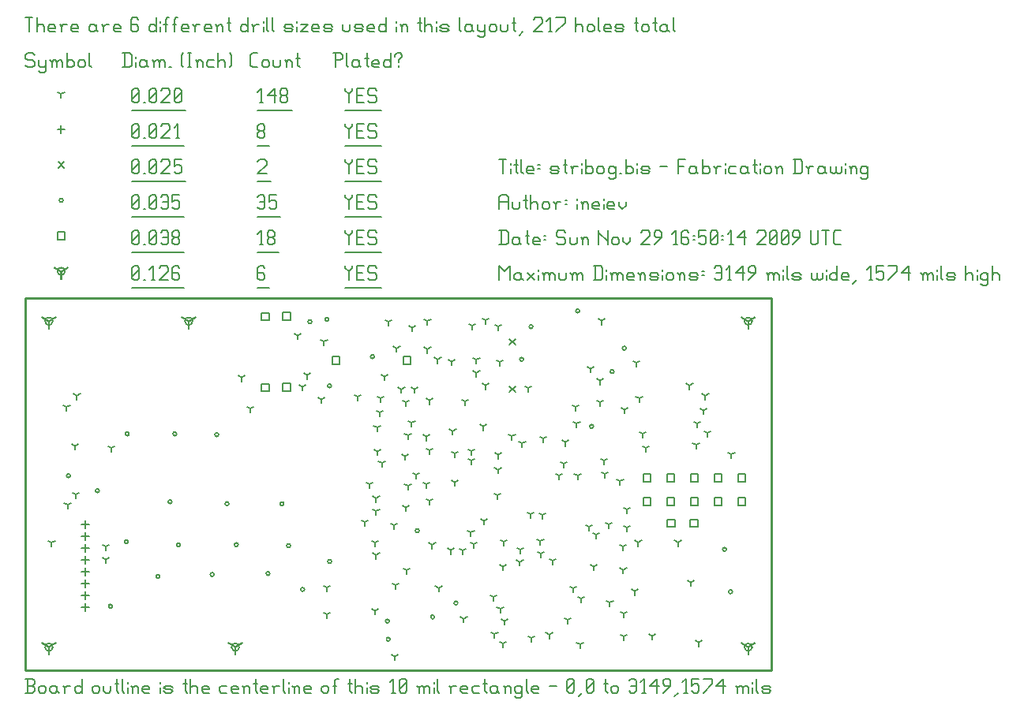
<source format=gbr>
G04 start of page 11 for group -3984 idx -3984
G04 Title: stribog.bis, fab *
G04 Creator: pcb 20080202 *
G04 CreationDate: Sun Nov 29 16:50:14 2009 UTC *
G04 For: dti *
G04 Format: Gerber/RS-274X *
G04 PCB-Dimensions: 314960 157480 *
G04 PCB-Coordinate-Origin: lower left *
%MOIN*%
%FSLAX24Y24*%
%LNFAB*%
%ADD13C,0.0100*%
%ADD61C,0.0060*%
%ADD65R,0.0080X0.0080*%
G54D65*X6889Y14763D02*Y14443D01*
G54D11*G36*
X6835Y14778D02*X7181Y14978D01*
X7221Y14909D01*
X6875Y14709D01*
X6835Y14778D01*
G37*
G54D65*G54D11*G36*
X6904Y14709D02*X6557Y14909D01*
X6597Y14978D01*
X6944Y14778D01*
X6904Y14709D01*
G37*
G54D65*X6729Y14763D02*G75*G03X7049Y14763I160J0D01*G01*
G75*G03X6729Y14763I-160J0D01*G01*
X30511D02*Y14443D01*
G54D11*G36*
X30457Y14778D02*X30803Y14978D01*
X30843Y14909D01*
X30497Y14709D01*
X30457Y14778D01*
G37*
G54D65*G54D11*G36*
X30526Y14709D02*X30179Y14909D01*
X30219Y14978D01*
X30566Y14778D01*
X30526Y14709D01*
G37*
G54D65*X30351Y14763D02*G75*G03X30671Y14763I160J0D01*G01*
G75*G03X30351Y14763I-160J0D01*G01*
X984Y14763D02*Y14443D01*
G54D11*G36*
X929Y14778D02*X1276Y14978D01*
X1316Y14909D01*
X969Y14709D01*
X929Y14778D01*
G37*
G54D65*G54D11*G36*
X999Y14709D02*X652Y14909D01*
X692Y14978D01*
X1039Y14778D01*
X999Y14709D01*
G37*
G54D65*X824Y14763D02*G75*G03X1144Y14763I160J0D01*G01*
G75*G03X824Y14763I-160J0D01*G01*
X8858Y984D02*Y664D01*
G54D11*G36*
X8803Y998D02*X9150Y1198D01*
X9190Y1129D01*
X8843Y929D01*
X8803Y998D01*
G37*
G54D65*G54D11*G36*
X8872Y929D02*X8526Y1129D01*
X8566Y1198D01*
X8912Y998D01*
X8872Y929D01*
G37*
G54D65*X8698Y984D02*G75*G03X9018Y984I160J0D01*G01*
G75*G03X8698Y984I-160J0D01*G01*
X984Y984D02*Y664D01*
G54D11*G36*
X929Y998D02*X1276Y1198D01*
X1316Y1129D01*
X969Y929D01*
X929Y998D01*
G37*
G54D65*G54D11*G36*
X998Y929D02*X652Y1129D01*
X692Y1198D01*
X1038Y998D01*
X998Y929D01*
G37*
G54D65*X824Y984D02*G75*G03X1144Y984I160J0D01*G01*
G75*G03X824Y984I-160J0D01*G01*
X30511D02*Y664D01*
G54D11*G36*
X30457Y998D02*X30803Y1198D01*
X30843Y1129D01*
X30497Y929D01*
X30457Y998D01*
G37*
G54D65*G54D11*G36*
X30526Y929D02*X30179Y1129D01*
X30219Y1198D01*
X30566Y998D01*
X30526Y929D01*
G37*
G54D65*X30351Y984D02*G75*G03X30671Y984I160J0D01*G01*
G75*G03X30351Y984I-160J0D01*G01*
X1500Y16873D02*Y16553D01*
G54D11*G36*
X1445Y16887D02*X1791Y17087D01*
X1831Y17018D01*
X1485Y16818D01*
X1445Y16887D01*
G37*
G54D65*G54D11*G36*
X1514Y16818D02*X1168Y17018D01*
X1208Y17087D01*
X1554Y16887D01*
X1514Y16818D01*
G37*
G54D65*X1340Y16873D02*G75*G03X1660Y16873I160J0D01*G01*
G75*G03X1340Y16873I-160J0D01*G01*
G54D61*X13500Y17098D02*Y17023D01*
X13650Y16873D01*
X13800Y17023D01*
Y17098D02*Y17023D01*
X13650Y16873D02*Y16498D01*
X13980Y16798D02*X14205D01*
X13980Y16498D02*X14280D01*
X13980Y17098D02*Y16498D01*
Y17098D02*X14280D01*
X14760D02*X14835Y17023D01*
X14535Y17098D02*X14760D01*
X14460Y17023D02*X14535Y17098D01*
X14460Y17023D02*Y16873D01*
X14535Y16798D01*
X14760D01*
X14835Y16723D01*
Y16573D01*
X14760Y16498D02*X14835Y16573D01*
X14535Y16498D02*X14760D01*
X14460Y16573D02*X14535Y16498D01*
X13500Y16172D02*X15015D01*
X10025Y17098D02*X10100Y17023D01*
X9875Y17098D02*X10025D01*
X9800Y17023D02*X9875Y17098D01*
X9800Y17023D02*Y16573D01*
X9875Y16498D01*
X10025Y16798D02*X10100Y16723D01*
X9800Y16798D02*X10025D01*
X9875Y16498D02*X10025D01*
X10100Y16573D01*
Y16723D02*Y16573D01*
X9800Y16172D02*X10280D01*
X4500Y16573D02*X4575Y16498D01*
X4500Y17023D02*Y16573D01*
Y17023D02*X4575Y17098D01*
X4725D01*
X4800Y17023D01*
Y16573D01*
X4725Y16498D02*X4800Y16573D01*
X4575Y16498D02*X4725D01*
X4500Y16648D02*X4800Y16948D01*
X4980Y16498D02*X5055D01*
X5310D02*X5460D01*
X5385Y17098D02*Y16498D01*
X5235Y16948D02*X5385Y17098D01*
X5640Y17023D02*X5715Y17098D01*
X5940D01*
X6015Y17023D01*
Y16873D01*
X5640Y16498D02*X6015Y16873D01*
X5640Y16498D02*X6015D01*
X6420Y17098D02*X6495Y17023D01*
X6270Y17098D02*X6420D01*
X6195Y17023D02*X6270Y17098D01*
X6195Y17023D02*Y16573D01*
X6270Y16498D01*
X6420Y16798D02*X6495Y16723D01*
X6195Y16798D02*X6420D01*
X6270Y16498D02*X6420D01*
X6495Y16573D01*
Y16723D02*Y16573D01*
X4500Y16172D02*X6675D01*
X28068Y6380D02*X28388D01*
X28068D02*Y6060D01*
X28388D01*
Y6380D02*Y6060D01*
X27084Y6380D02*X27404D01*
X27084D02*Y6060D01*
X27404D01*
Y6380D02*Y6060D01*
X15942Y13270D02*X16262D01*
X15942D02*Y12950D01*
X16262D01*
Y13270D02*Y12950D01*
X12942Y13270D02*X13262D01*
X12942D02*Y12950D01*
X13262D01*
Y13270D02*Y12950D01*
X9958Y15120D02*X10278D01*
X9958D02*Y14800D01*
X10278D01*
Y15120D02*Y14800D01*
X9958Y12120D02*X10278D01*
X9958D02*Y11800D01*
X10278D01*
Y12120D02*Y11800D01*
X10863Y12128D02*X11183D01*
X10863D02*Y11808D01*
X11183D01*
Y12128D02*Y11808D01*
X10863Y15128D02*X11183D01*
X10863D02*Y14808D01*
X11183D01*
Y15128D02*Y14808D01*
X30076Y8309D02*X30396D01*
X30076D02*Y7989D01*
X30396D01*
Y8309D02*Y7989D01*
X30076Y7309D02*X30396D01*
X30076D02*Y6989D01*
X30396D01*
Y7309D02*Y6989D01*
X29076Y8309D02*X29396D01*
X29076D02*Y7989D01*
X29396D01*
Y8309D02*Y7989D01*
X29076Y7309D02*X29396D01*
X29076D02*Y6989D01*
X29396D01*
Y7309D02*Y6989D01*
X28076Y8309D02*X28396D01*
X28076D02*Y7989D01*
X28396D01*
Y8309D02*Y7989D01*
X28076Y7309D02*X28396D01*
X28076D02*Y6989D01*
X28396D01*
Y7309D02*Y6989D01*
X27076Y8309D02*X27396D01*
X27076D02*Y7989D01*
X27396D01*
Y8309D02*Y7989D01*
X27076Y7309D02*X27396D01*
X27076D02*Y6989D01*
X27396D01*
Y7309D02*Y6989D01*
X26076Y8309D02*X26396D01*
X26076D02*Y7989D01*
X26396D01*
Y8309D02*Y7989D01*
X26076Y7309D02*X26396D01*
X26076D02*Y6989D01*
X26396D01*
Y7309D02*Y6989D01*
X1340Y18533D02*X1660D01*
X1340D02*Y18213D01*
X1660D01*
Y18533D02*Y18213D01*
X13500Y18598D02*Y18523D01*
X13650Y18373D01*
X13800Y18523D01*
Y18598D02*Y18523D01*
X13650Y18373D02*Y17998D01*
X13980Y18298D02*X14205D01*
X13980Y17998D02*X14280D01*
X13980Y18598D02*Y17998D01*
Y18598D02*X14280D01*
X14760D02*X14835Y18523D01*
X14535Y18598D02*X14760D01*
X14460Y18523D02*X14535Y18598D01*
X14460Y18523D02*Y18373D01*
X14535Y18298D01*
X14760D01*
X14835Y18223D01*
Y18073D01*
X14760Y17998D02*X14835Y18073D01*
X14535Y17998D02*X14760D01*
X14460Y18073D02*X14535Y17998D01*
X13500Y17672D02*X15015D01*
X9875Y17998D02*X10025D01*
X9950Y18598D02*Y17998D01*
X9800Y18448D02*X9950Y18598D01*
X10205Y18073D02*X10280Y17998D01*
X10205Y18223D02*Y18073D01*
Y18223D02*X10280Y18298D01*
X10430D01*
X10505Y18223D01*
Y18073D01*
X10430Y17998D02*X10505Y18073D01*
X10280Y17998D02*X10430D01*
X10205Y18373D02*X10280Y18298D01*
X10205Y18523D02*Y18373D01*
Y18523D02*X10280Y18598D01*
X10430D01*
X10505Y18523D01*
Y18373D01*
X10430Y18298D02*X10505Y18373D01*
X9800Y17672D02*X10685D01*
X4500Y18073D02*X4575Y17998D01*
X4500Y18523D02*Y18073D01*
Y18523D02*X4575Y18598D01*
X4725D01*
X4800Y18523D01*
Y18073D01*
X4725Y17998D02*X4800Y18073D01*
X4575Y17998D02*X4725D01*
X4500Y18148D02*X4800Y18448D01*
X4980Y17998D02*X5055D01*
X5235Y18073D02*X5310Y17998D01*
X5235Y18523D02*Y18073D01*
Y18523D02*X5310Y18598D01*
X5460D01*
X5535Y18523D01*
Y18073D01*
X5460Y17998D02*X5535Y18073D01*
X5310Y17998D02*X5460D01*
X5235Y18148D02*X5535Y18448D01*
X5715Y18523D02*X5790Y18598D01*
X5940D01*
X6015Y18523D01*
Y18073D01*
X5940Y17998D02*X6015Y18073D01*
X5790Y17998D02*X5940D01*
X5715Y18073D02*X5790Y17998D01*
Y18298D02*X6015D01*
X6195Y18073D02*X6270Y17998D01*
X6195Y18223D02*Y18073D01*
Y18223D02*X6270Y18298D01*
X6420D01*
X6495Y18223D01*
Y18073D01*
X6420Y17998D02*X6495Y18073D01*
X6270Y17998D02*X6420D01*
X6195Y18373D02*X6270Y18298D01*
X6195Y18523D02*Y18373D01*
Y18523D02*X6270Y18598D01*
X6420D01*
X6495Y18523D01*
Y18373D01*
X6420Y18298D02*X6495Y18373D01*
X4500Y17672D02*X6675D01*
X25195Y13622D02*G75*G03X25355Y13622I80J0D01*G01*
G75*G03X25195Y13622I-80J0D01*G01*
X12754Y12027D02*G75*G03X12914Y12027I80J0D01*G01*
G75*G03X12754Y12027I-80J0D01*G01*
X24683Y12637D02*G75*G03X24843Y12637I80J0D01*G01*
G75*G03X24683Y12637I-80J0D01*G01*
X15195Y2086D02*G75*G03X15355Y2086I80J0D01*G01*
G75*G03X15195Y2086I-80J0D01*G01*
X12754Y4606D02*G75*G03X12914Y4606I80J0D01*G01*
G75*G03X12754Y4606I-80J0D01*G01*
X23817Y10314D02*G75*G03X23977Y10314I80J0D01*G01*
G75*G03X23817Y10314I-80J0D01*G01*
X16455Y5905D02*G75*G03X16615Y5905I80J0D01*G01*
G75*G03X16455Y5905I-80J0D01*G01*
X15235Y1318D02*G75*G03X15395Y1318I80J0D01*G01*
G75*G03X15235Y1318I-80J0D01*G01*
X23227Y15196D02*G75*G03X23387Y15196I80J0D01*G01*
G75*G03X23227Y15196I-80J0D01*G01*
X11927Y14744D02*G75*G03X12087Y14744I80J0D01*G01*
G75*G03X11927Y14744I-80J0D01*G01*
X29427Y5118D02*G75*G03X29587Y5118I80J0D01*G01*
G75*G03X29427Y5118I-80J0D01*G01*
X20864Y13149D02*G75*G03X21024Y13149I80J0D01*G01*
G75*G03X20864Y13149I-80J0D01*G01*
X8817Y5314D02*G75*G03X8977Y5314I80J0D01*G01*
G75*G03X8817Y5314I-80J0D01*G01*
X6376D02*G75*G03X6536Y5314I80J0D01*G01*
G75*G03X6376Y5314I-80J0D01*G01*
X11612Y3425D02*G75*G03X11772Y3425I80J0D01*G01*
G75*G03X11612Y3425I-80J0D01*G01*
X10156Y4094D02*G75*G03X10316Y4094I80J0D01*G01*
G75*G03X10156Y4094I-80J0D01*G01*
X4172Y5433D02*G75*G03X4332Y5433I80J0D01*G01*
G75*G03X4172Y5433I-80J0D01*G01*
X5510Y3976D02*G75*G03X5670Y3976I80J0D01*G01*
G75*G03X5510Y3976I-80J0D01*G01*
X29683Y3326D02*G75*G03X29843Y3326I80J0D01*G01*
G75*G03X29683Y3326I-80J0D01*G01*
X1731Y8228D02*G75*G03X1891Y8228I80J0D01*G01*
G75*G03X1731Y8228I-80J0D01*G01*
X2951Y7598D02*G75*G03X3111Y7598I80J0D01*G01*
G75*G03X2951Y7598I-80J0D01*G01*
X4211Y9999D02*G75*G03X4371Y9999I80J0D01*G01*
G75*G03X4211Y9999I-80J0D01*G01*
X7990Y9960D02*G75*G03X8150Y9960I80J0D01*G01*
G75*G03X7990Y9960I-80J0D01*G01*
X10746Y7047D02*G75*G03X10906Y7047I80J0D01*G01*
G75*G03X10746Y7047I-80J0D01*G01*
X21258Y14527D02*G75*G03X21418Y14527I80J0D01*G01*
G75*G03X21258Y14527I-80J0D01*G01*
X12636Y14842D02*G75*G03X12796Y14842I80J0D01*G01*
G75*G03X12636Y14842I-80J0D01*G01*
X7794Y4055D02*G75*G03X7954Y4055I80J0D01*G01*
G75*G03X7794Y4055I-80J0D01*G01*
X11022Y5275D02*G75*G03X11182Y5275I80J0D01*G01*
G75*G03X11022Y5275I-80J0D01*G01*
X6022Y7126D02*G75*G03X6182Y7126I80J0D01*G01*
G75*G03X6022Y7126I-80J0D01*G01*
X14565Y13267D02*G75*G03X14725Y13267I80J0D01*G01*
G75*G03X14565Y13267I-80J0D01*G01*
X17105Y2263D02*G75*G03X17265Y2263I80J0D01*G01*
G75*G03X17105Y2263I-80J0D01*G01*
X18089Y2854D02*G75*G03X18249Y2854I80J0D01*G01*
G75*G03X18089Y2854I-80J0D01*G01*
X3502Y2716D02*G75*G03X3662Y2716I80J0D01*G01*
G75*G03X3502Y2716I-80J0D01*G01*
X6219Y10000D02*G75*G03X6379Y10000I80J0D01*G01*
G75*G03X6219Y10000I-80J0D01*G01*
X8423Y7047D02*G75*G03X8583Y7047I80J0D01*G01*
G75*G03X8423Y7047I-80J0D01*G01*
X1420Y19873D02*G75*G03X1580Y19873I80J0D01*G01*
G75*G03X1420Y19873I-80J0D01*G01*
X13500Y20098D02*Y20023D01*
X13650Y19873D01*
X13800Y20023D01*
Y20098D02*Y20023D01*
X13650Y19873D02*Y19498D01*
X13980Y19798D02*X14205D01*
X13980Y19498D02*X14280D01*
X13980Y20098D02*Y19498D01*
Y20098D02*X14280D01*
X14760D02*X14835Y20023D01*
X14535Y20098D02*X14760D01*
X14460Y20023D02*X14535Y20098D01*
X14460Y20023D02*Y19873D01*
X14535Y19798D01*
X14760D01*
X14835Y19723D01*
Y19573D01*
X14760Y19498D02*X14835Y19573D01*
X14535Y19498D02*X14760D01*
X14460Y19573D02*X14535Y19498D01*
X13500Y19172D02*X15015D01*
X9800Y20023D02*X9875Y20098D01*
X10025D01*
X10100Y20023D01*
Y19573D01*
X10025Y19498D02*X10100Y19573D01*
X9875Y19498D02*X10025D01*
X9800Y19573D02*X9875Y19498D01*
Y19798D02*X10100D01*
X10280Y20098D02*X10580D01*
X10280D02*Y19798D01*
X10355Y19873D01*
X10505D01*
X10580Y19798D01*
Y19573D01*
X10505Y19498D02*X10580Y19573D01*
X10355Y19498D02*X10505D01*
X10280Y19573D02*X10355Y19498D01*
X9800Y19172D02*X10760D01*
X4500Y19573D02*X4575Y19498D01*
X4500Y20023D02*Y19573D01*
Y20023D02*X4575Y20098D01*
X4725D01*
X4800Y20023D01*
Y19573D01*
X4725Y19498D02*X4800Y19573D01*
X4575Y19498D02*X4725D01*
X4500Y19648D02*X4800Y19948D01*
X4980Y19498D02*X5055D01*
X5235Y19573D02*X5310Y19498D01*
X5235Y20023D02*Y19573D01*
Y20023D02*X5310Y20098D01*
X5460D01*
X5535Y20023D01*
Y19573D01*
X5460Y19498D02*X5535Y19573D01*
X5310Y19498D02*X5460D01*
X5235Y19648D02*X5535Y19948D01*
X5715Y20023D02*X5790Y20098D01*
X5940D01*
X6015Y20023D01*
Y19573D01*
X5940Y19498D02*X6015Y19573D01*
X5790Y19498D02*X5940D01*
X5715Y19573D02*X5790Y19498D01*
Y19798D02*X6015D01*
X6195Y20098D02*X6495D01*
X6195D02*Y19798D01*
X6270Y19873D01*
X6420D01*
X6495Y19798D01*
Y19573D01*
X6420Y19498D02*X6495Y19573D01*
X6270Y19498D02*X6420D01*
X6195Y19573D02*X6270Y19498D01*
X4500Y19172D02*X6675D01*
X20431Y12009D02*X20671Y11769D01*
X20431D02*X20671Y12009D01*
X20431Y14009D02*X20671Y13769D01*
X20431D02*X20671Y14009D01*
X1380Y21493D02*X1620Y21253D01*
X1380D02*X1620Y21493D01*
X13500Y21598D02*Y21523D01*
X13650Y21373D01*
X13800Y21523D01*
Y21598D02*Y21523D01*
X13650Y21373D02*Y20998D01*
X13980Y21298D02*X14205D01*
X13980Y20998D02*X14280D01*
X13980Y21598D02*Y20998D01*
Y21598D02*X14280D01*
X14760D02*X14835Y21523D01*
X14535Y21598D02*X14760D01*
X14460Y21523D02*X14535Y21598D01*
X14460Y21523D02*Y21373D01*
X14535Y21298D01*
X14760D01*
X14835Y21223D01*
Y21073D01*
X14760Y20998D02*X14835Y21073D01*
X14535Y20998D02*X14760D01*
X14460Y21073D02*X14535Y20998D01*
X13500Y20672D02*X15015D01*
X9800Y21523D02*X9875Y21598D01*
X10100D01*
X10175Y21523D01*
Y21373D01*
X9800Y20998D02*X10175Y21373D01*
X9800Y20998D02*X10175D01*
X9800Y20672D02*X10355D01*
X4500Y21073D02*X4575Y20998D01*
X4500Y21523D02*Y21073D01*
Y21523D02*X4575Y21598D01*
X4725D01*
X4800Y21523D01*
Y21073D01*
X4725Y20998D02*X4800Y21073D01*
X4575Y20998D02*X4725D01*
X4500Y21148D02*X4800Y21448D01*
X4980Y20998D02*X5055D01*
X5235Y21073D02*X5310Y20998D01*
X5235Y21523D02*Y21073D01*
Y21523D02*X5310Y21598D01*
X5460D01*
X5535Y21523D01*
Y21073D01*
X5460Y20998D02*X5535Y21073D01*
X5310Y20998D02*X5460D01*
X5235Y21148D02*X5535Y21448D01*
X5715Y21523D02*X5790Y21598D01*
X6015D01*
X6090Y21523D01*
Y21373D01*
X5715Y20998D02*X6090Y21373D01*
X5715Y20998D02*X6090D01*
X6270Y21598D02*X6570D01*
X6270D02*Y21298D01*
X6345Y21373D01*
X6495D01*
X6570Y21298D01*
Y21073D01*
X6495Y20998D02*X6570Y21073D01*
X6345Y20998D02*X6495D01*
X6270Y21073D02*X6345Y20998D01*
X4500Y20672D02*X6750D01*
X2519Y6337D02*Y6017D01*
X2359Y6177D02*X2679D01*
X2519Y5837D02*Y5517D01*
X2359Y5677D02*X2679D01*
X2519Y5337D02*Y5017D01*
X2359Y5177D02*X2679D01*
X2519Y4837D02*Y4517D01*
X2359Y4677D02*X2679D01*
X2519Y4337D02*Y4017D01*
X2359Y4177D02*X2679D01*
X2519Y3837D02*Y3517D01*
X2359Y3677D02*X2679D01*
X2519Y3337D02*Y3017D01*
X2359Y3177D02*X2679D01*
X2519Y2837D02*Y2517D01*
X2359Y2677D02*X2679D01*
X1500Y23033D02*Y22713D01*
X1340Y22873D02*X1660D01*
X13500Y23098D02*Y23023D01*
X13650Y22873D01*
X13800Y23023D01*
Y23098D02*Y23023D01*
X13650Y22873D02*Y22498D01*
X13980Y22798D02*X14205D01*
X13980Y22498D02*X14280D01*
X13980Y23098D02*Y22498D01*
Y23098D02*X14280D01*
X14760D02*X14835Y23023D01*
X14535Y23098D02*X14760D01*
X14460Y23023D02*X14535Y23098D01*
X14460Y23023D02*Y22873D01*
X14535Y22798D01*
X14760D01*
X14835Y22723D01*
Y22573D01*
X14760Y22498D02*X14835Y22573D01*
X14535Y22498D02*X14760D01*
X14460Y22573D02*X14535Y22498D01*
X13500Y22172D02*X15015D01*
X9800Y22573D02*X9875Y22498D01*
X9800Y22723D02*Y22573D01*
Y22723D02*X9875Y22798D01*
X10025D01*
X10100Y22723D01*
Y22573D01*
X10025Y22498D02*X10100Y22573D01*
X9875Y22498D02*X10025D01*
X9800Y22873D02*X9875Y22798D01*
X9800Y23023D02*Y22873D01*
Y23023D02*X9875Y23098D01*
X10025D01*
X10100Y23023D01*
Y22873D01*
X10025Y22798D02*X10100Y22873D01*
X9800Y22172D02*X10280D01*
X4500Y22573D02*X4575Y22498D01*
X4500Y23023D02*Y22573D01*
Y23023D02*X4575Y23098D01*
X4725D01*
X4800Y23023D01*
Y22573D01*
X4725Y22498D02*X4800Y22573D01*
X4575Y22498D02*X4725D01*
X4500Y22648D02*X4800Y22948D01*
X4980Y22498D02*X5055D01*
X5235Y22573D02*X5310Y22498D01*
X5235Y23023D02*Y22573D01*
Y23023D02*X5310Y23098D01*
X5460D01*
X5535Y23023D01*
Y22573D01*
X5460Y22498D02*X5535Y22573D01*
X5310Y22498D02*X5460D01*
X5235Y22648D02*X5535Y22948D01*
X5715Y23023D02*X5790Y23098D01*
X6015D01*
X6090Y23023D01*
Y22873D01*
X5715Y22498D02*X6090Y22873D01*
X5715Y22498D02*X6090D01*
X6345D02*X6495D01*
X6420Y23098D02*Y22498D01*
X6270Y22948D02*X6420Y23098D01*
X4500Y22172D02*X6675D01*
X21850Y9803D02*Y9643D01*
Y9803D02*X21988Y9883D01*
X21850Y9803D02*X21711Y9883D01*
X28779Y10039D02*Y9879D01*
Y10039D02*X28918Y10119D01*
X28779Y10039D02*X28640Y10119D01*
X26181Y9409D02*Y9249D01*
Y9409D02*X26319Y9489D01*
X26181Y9409D02*X26042Y9489D01*
X28031Y12047D02*Y11887D01*
Y12047D02*X28170Y12127D01*
X28031Y12047D02*X27892Y12127D01*
X20885Y5098D02*Y4938D01*
Y5098D02*X21024Y5178D01*
X20885Y5098D02*X20747Y5178D01*
X24252Y12244D02*Y12084D01*
Y12244D02*X24390Y12324D01*
X24252Y12244D02*X24113Y12324D01*
X19744Y3110D02*Y2950D01*
Y3110D02*X19882Y3190D01*
X19744Y3110D02*X19605Y3190D01*
X28090Y3720D02*Y3560D01*
Y3720D02*X28229Y3800D01*
X28090Y3720D02*X27952Y3800D01*
X15866Y11889D02*Y11729D01*
Y11889D02*X16004Y11969D01*
X15866Y11889D02*X15727Y11969D01*
X19429Y12047D02*Y11887D01*
Y12047D02*X19567Y12127D01*
X19429Y12047D02*X19290Y12127D01*
X19035Y13129D02*Y12969D01*
Y13129D02*X19174Y13209D01*
X19035Y13129D02*X18896Y13209D01*
X9488Y11062D02*Y10902D01*
Y11062D02*X9626Y11142D01*
X9488Y11062D02*X9349Y11142D01*
X15669Y13622D02*Y13462D01*
Y13622D02*X15807Y13702D01*
X15669Y13622D02*X15530Y13702D01*
X12598Y13897D02*Y13737D01*
Y13897D02*X12737Y13977D01*
X12598Y13897D02*X12459Y13977D01*
X3385Y5236D02*Y5076D01*
Y5236D02*X3524Y5316D01*
X3385Y5236D02*X3247Y5316D01*
X15314Y14724D02*Y14564D01*
Y14724D02*X15453Y14804D01*
X15314Y14724D02*X15176Y14804D01*
X19035Y12578D02*Y12418D01*
Y12578D02*X19174Y12658D01*
X19035Y12578D02*X18896Y12658D01*
X23444Y3031D02*Y2871D01*
Y3031D02*X23583Y3111D01*
X23444Y3031D02*X23306Y3111D01*
X2165Y11614D02*Y11454D01*
Y11614D02*X2304Y11694D01*
X2165Y11614D02*X2026Y11694D01*
X17401Y13149D02*Y12989D01*
Y13149D02*X17540Y13229D01*
X17401Y13149D02*X17263Y13229D01*
X19409Y14803D02*Y14643D01*
Y14803D02*X19548Y14883D01*
X19409Y14803D02*X19270Y14883D01*
X23267Y10433D02*Y10273D01*
Y10433D02*X23406Y10513D01*
X23267Y10433D02*X23129Y10513D01*
X1102Y5393D02*Y5233D01*
Y5393D02*X1241Y5473D01*
X1102Y5393D02*X963Y5473D01*
X25905Y11496D02*Y11336D01*
Y11496D02*X26044Y11576D01*
X25905Y11496D02*X25766Y11576D01*
X2086Y9488D02*Y9328D01*
Y9488D02*X2225Y9568D01*
X2086Y9488D02*X1948Y9568D01*
X29803Y9133D02*Y8973D01*
Y9133D02*X29941Y9213D01*
X29803Y9133D02*X29664Y9213D01*
X21318Y6594D02*Y6434D01*
Y6594D02*X21457Y6674D01*
X21318Y6594D02*X21180Y6674D01*
X16141Y9925D02*Y9765D01*
Y9925D02*X16280Y10005D01*
X16141Y9925D02*X16003Y10005D01*
X28700Y11614D02*Y11454D01*
Y11614D02*X28839Y11694D01*
X28700Y11614D02*X28562Y11694D01*
X12480Y11456D02*Y11296D01*
Y11456D02*X12618Y11536D01*
X12480Y11456D02*X12341Y11536D01*
X2126Y7440D02*Y7280D01*
Y7440D02*X2264Y7520D01*
X2126Y7440D02*X1987Y7520D01*
X3610Y9405D02*Y9245D01*
Y9405D02*X3748Y9485D01*
X3610Y9405D02*X3471Y9485D01*
X1732Y11141D02*Y10981D01*
Y11141D02*X1871Y11221D01*
X1732Y11141D02*X1593Y11221D01*
X28621Y10984D02*Y10824D01*
Y10984D02*X28760Y11064D01*
X28621Y10984D02*X28483Y11064D01*
X28346Y10433D02*Y10273D01*
Y10433D02*X28484Y10513D01*
X28346Y10433D02*X28207Y10513D01*
X3385Y4685D02*Y4525D01*
Y4685D02*X3524Y4765D01*
X3385Y4685D02*X3247Y4765D01*
X16417Y11889D02*Y11729D01*
Y11889D02*X16555Y11969D01*
X16417Y11889D02*X16278Y11969D01*
X14803Y6732D02*Y6572D01*
Y6732D02*X14941Y6812D01*
X14803Y6732D02*X14664Y6812D01*
X25393Y6043D02*Y5883D01*
Y6043D02*X25532Y6123D01*
X25393Y6043D02*X25255Y6123D01*
X11476Y14153D02*Y13993D01*
Y14153D02*X11615Y14233D01*
X11476Y14153D02*X11337Y14233D01*
X18858Y14566D02*Y14406D01*
Y14566D02*X18996Y14646D01*
X18858Y14566D02*X18719Y14646D01*
X23129Y3464D02*Y3304D01*
Y3464D02*X23268Y3544D01*
X23129Y3464D02*X22991Y3544D01*
X15157Y12421D02*Y12261D01*
Y12421D02*X15296Y12501D01*
X15157Y12421D02*X15018Y12501D01*
X25393Y6791D02*Y6631D01*
Y6791D02*X25532Y6871D01*
X25393Y6791D02*X25255Y6871D01*
X22263Y4626D02*Y4466D01*
Y4626D02*X22402Y4706D01*
X22263Y4626D02*X22125Y4706D01*
X21830Y6574D02*Y6414D01*
Y6574D02*X21969Y6654D01*
X21830Y6574D02*X21692Y6654D01*
X16141Y7795D02*Y7635D01*
Y7795D02*X16280Y7875D01*
X16141Y7795D02*X16003Y7875D01*
X14015Y11574D02*Y11414D01*
Y11574D02*X14154Y11654D01*
X14015Y11574D02*X13877Y11654D01*
X19940Y8484D02*Y8324D01*
Y8484D02*X20079Y8564D01*
X19940Y8484D02*X19802Y8564D01*
X14763Y5393D02*Y5233D01*
Y5393D02*X14902Y5473D01*
X14763Y5393D02*X14625Y5473D01*
X20535Y9901D02*Y9741D01*
Y9901D02*X20674Y9981D01*
X20535Y9901D02*X20396Y9981D01*
X16055Y6885D02*Y6725D01*
Y6885D02*X16193Y6965D01*
X16055Y6885D02*X15916Y6965D01*
X25098Y7992D02*Y7832D01*
Y7992D02*X25237Y8072D01*
X25098Y7992D02*X24959Y8072D01*
X24409Y8858D02*Y8698D01*
Y8858D02*X24548Y8938D01*
X24409Y8858D02*X24270Y8938D01*
X21220Y11929D02*Y11769D01*
Y11929D02*X21359Y12009D01*
X21220Y11929D02*X21081Y12009D01*
X11889Y12480D02*Y12320D01*
Y12480D02*X12028Y12560D01*
X11889Y12480D02*X11751Y12560D01*
X15610Y3602D02*Y3442D01*
Y3602D02*X15748Y3682D01*
X15610Y3602D02*X15471Y3682D01*
X22519Y8228D02*Y8068D01*
Y8228D02*X22658Y8308D01*
X22519Y8228D02*X22381Y8308D01*
X14763Y2519D02*Y2359D01*
Y2519D02*X14902Y2599D01*
X14763Y2519D02*X14625Y2599D01*
X16063Y11338D02*Y11178D01*
Y11338D02*X16201Y11418D01*
X16063Y11338D02*X15924Y11418D01*
X22106Y1515D02*Y1355D01*
Y1515D02*X22244Y1595D01*
X22106Y1515D02*X21967Y1595D01*
X20019Y13031D02*Y12871D01*
Y13031D02*X20158Y13111D01*
X20019Y13031D02*X19881Y13111D01*
X24252Y11338D02*Y11178D01*
Y11338D02*X24390Y11418D01*
X24252Y11338D02*X24113Y11418D01*
X1771Y7007D02*Y6847D01*
Y7007D02*X1910Y7087D01*
X1771Y7007D02*X1633Y7087D01*
X15590Y590D02*Y430D01*
Y590D02*X15729Y670D01*
X15590Y590D02*X15451Y670D01*
X27539Y5413D02*Y5253D01*
Y5413D02*X27678Y5493D01*
X27539Y5413D02*X27400Y5493D01*
X16929Y7874D02*Y7714D01*
Y7874D02*X17067Y7954D01*
X16929Y7874D02*X16790Y7954D01*
X17047Y11417D02*Y11257D01*
Y11417D02*X17185Y11497D01*
X17047Y11417D02*X16908Y11497D01*
X16968Y14763D02*Y14603D01*
Y14763D02*X17107Y14843D01*
X16968Y14763D02*X16829Y14843D01*
X24626Y6161D02*Y6001D01*
Y6161D02*X24764Y6241D01*
X24626Y6161D02*X24487Y6241D01*
X25787Y12992D02*Y12832D01*
Y12992D02*X25926Y13072D01*
X25787Y12992D02*X25648Y13072D01*
X14803Y7283D02*Y7123D01*
Y7283D02*X14941Y7363D01*
X14803Y7283D02*X14664Y7363D01*
X28307Y9527D02*Y9367D01*
Y9527D02*X28445Y9607D01*
X28307Y9527D02*X28168Y9607D01*
X11692Y11988D02*Y11828D01*
Y11988D02*X11831Y12068D01*
X11692Y11988D02*X11554Y12068D01*
X9114Y12381D02*Y12221D01*
Y12381D02*X9252Y12461D01*
X9114Y12381D02*X8975Y12461D01*
X24448Y8307D02*Y8147D01*
Y8307D02*X24587Y8387D01*
X24448Y8307D02*X24310Y8387D01*
X17047Y7165D02*Y7005D01*
Y7165D02*X17185Y7245D01*
X17047Y7165D02*X16908Y7245D01*
X17047Y9291D02*Y9131D01*
Y9291D02*X17185Y9371D01*
X17047Y9291D02*X16908Y9371D01*
X15039Y8759D02*Y8599D01*
Y8759D02*X15178Y8839D01*
X15039Y8759D02*X14900Y8839D01*
X16929Y9881D02*Y9721D01*
Y9881D02*X17067Y9961D01*
X16929Y9881D02*X16790Y9961D01*
X16023Y9055D02*Y8895D01*
Y9055D02*X16162Y9135D01*
X16023Y9055D02*X15885Y9135D01*
X14976Y11496D02*Y11336D01*
Y11496D02*X15115Y11576D01*
X14976Y11496D02*X14837Y11576D01*
X14960Y10905D02*Y10745D01*
Y10905D02*X15099Y10985D01*
X14960Y10905D02*X14822Y10985D01*
X14862Y9251D02*Y9091D01*
Y9251D02*X15000Y9331D01*
X14862Y9251D02*X14723Y9331D01*
X19803Y1535D02*Y1375D01*
Y1535D02*X19941Y1615D01*
X19803Y1535D02*X19664Y1615D01*
X17952Y5078D02*Y4918D01*
Y5078D02*X18091Y5158D01*
X17952Y5078D02*X17814Y5158D01*
X17440Y3484D02*Y3324D01*
Y3484D02*X17579Y3564D01*
X17440Y3484D02*X17302Y3564D01*
X25255Y2401D02*Y2241D01*
Y2401D02*X25394Y2481D01*
X25255Y2401D02*X25117Y2481D01*
X18503Y2185D02*Y2025D01*
Y2185D02*X18642Y2265D01*
X18503Y2185D02*X18365Y2265D01*
X19960Y9114D02*Y8954D01*
Y9114D02*X20099Y9194D01*
X19960Y9114D02*X19822Y9194D01*
X16082Y4232D02*Y4072D01*
Y4232D02*X16221Y4312D01*
X16082Y4232D02*X15944Y4312D01*
X20039Y2598D02*Y2438D01*
Y2598D02*X20178Y2678D01*
X20039Y2598D02*X19900Y2678D01*
X18917Y5334D02*Y5174D01*
Y5334D02*X19055Y5414D01*
X18917Y5334D02*X18778Y5414D01*
X18799Y5826D02*Y5666D01*
Y5826D02*X18937Y5906D01*
X18799Y5826D02*X18660Y5906D01*
X19350Y6318D02*Y6158D01*
Y6318D02*X19489Y6398D01*
X19350Y6318D02*X19211Y6398D01*
X17165Y5314D02*Y5154D01*
Y5314D02*X17304Y5394D01*
X17165Y5314D02*X17026Y5394D01*
X20157Y4389D02*Y4229D01*
Y4389D02*X20296Y4469D01*
X20157Y4389D02*X20018Y4469D01*
X20216Y2086D02*Y1926D01*
Y2086D02*X20355Y2166D01*
X20216Y2086D02*X20077Y2166D01*
X21752Y4940D02*Y4780D01*
Y4940D02*X21890Y5020D01*
X21752Y4940D02*X21613Y5020D01*
X17992Y13051D02*Y12891D01*
Y13051D02*X18130Y13131D01*
X17992Y13051D02*X17853Y13131D01*
X25255Y1437D02*Y1277D01*
Y1437D02*X25394Y1517D01*
X25255Y1437D02*X25117Y1517D01*
X20157Y1141D02*Y981D01*
Y1141D02*X20296Y1221D01*
X20157Y1141D02*X20018Y1221D01*
X24665Y2874D02*Y2714D01*
Y2874D02*X24804Y2954D01*
X24665Y2874D02*X24526Y2954D01*
X20866Y4586D02*Y4426D01*
Y4586D02*X21004Y4666D01*
X20866Y4586D02*X20727Y4666D01*
X23996Y4389D02*Y4229D01*
Y4389D02*X24134Y4469D01*
X23996Y4389D02*X23857Y4469D01*
X18818Y9271D02*Y9111D01*
Y9271D02*X18957Y9351D01*
X18818Y9271D02*X18680Y9351D01*
X19330Y10314D02*Y10154D01*
Y10314D02*X19469Y10394D01*
X19330Y10314D02*X19192Y10394D01*
X18110Y7952D02*Y7792D01*
Y7952D02*X18248Y8032D01*
X18110Y7952D02*X17971Y8032D01*
X18031Y10118D02*Y9958D01*
Y10118D02*X18170Y10198D01*
X18031Y10118D02*X17892Y10198D01*
X18818Y8858D02*Y8698D01*
Y8858D02*X18957Y8938D01*
X18818Y8858D02*X18680Y8938D01*
X15551Y6141D02*Y5981D01*
Y6141D02*X15689Y6221D01*
X15551Y6141D02*X15412Y6221D01*
X14527Y7874D02*Y7714D01*
Y7874D02*X14666Y7954D01*
X14527Y7874D02*X14388Y7954D01*
X14842Y10275D02*Y10115D01*
Y10275D02*X14981Y10355D01*
X14842Y10275D02*X14703Y10355D01*
X18543Y11358D02*Y11198D01*
Y11358D02*X18681Y11438D01*
X18543Y11358D02*X18404Y11438D01*
X12716Y2362D02*Y2202D01*
Y2362D02*X12855Y2442D01*
X12716Y2362D02*X12578Y2442D01*
X23779Y6063D02*Y5903D01*
Y6063D02*X23918Y6143D01*
X23779Y6063D02*X23640Y6143D01*
X24311Y14783D02*Y14623D01*
Y14783D02*X24449Y14863D01*
X24311Y14783D02*X24172Y14863D01*
X20968Y9602D02*Y9442D01*
Y9602D02*X21107Y9682D01*
X20968Y9602D02*X20829Y9682D01*
X26063Y10000D02*Y9840D01*
Y10000D02*X26201Y10080D01*
X26063Y10000D02*X25924Y10080D01*
X22795Y9645D02*Y9485D01*
Y9645D02*X22933Y9725D01*
X22795Y9645D02*X22656Y9725D01*
X14330Y6259D02*Y6099D01*
Y6259D02*X14469Y6339D01*
X14330Y6259D02*X14192Y6339D01*
X16968Y13582D02*Y13422D01*
Y13582D02*X17107Y13662D01*
X16968Y13582D02*X16829Y13662D01*
X21732Y5476D02*Y5316D01*
Y5476D02*X21870Y5556D01*
X21732Y5476D02*X21593Y5556D01*
X23228Y11141D02*Y10981D01*
Y11141D02*X23366Y11221D01*
X23228Y11141D02*X23089Y11221D01*
X25216Y5236D02*Y5076D01*
Y5236D02*X25355Y5316D01*
X25216Y5236D02*X25077Y5316D01*
X12716Y3503D02*Y3343D01*
Y3503D02*X12855Y3583D01*
X12716Y3503D02*X12577Y3583D01*
X22893Y2126D02*Y1966D01*
Y2126D02*X23032Y2206D01*
X22893Y2126D02*X22755Y2206D01*
X23307Y8228D02*Y8068D01*
Y8228D02*X23445Y8308D01*
X23307Y8228D02*X23168Y8308D01*
X21358Y1377D02*Y1217D01*
Y1377D02*X21496Y1457D01*
X21358Y1377D02*X21219Y1457D01*
X22716Y8740D02*Y8580D01*
Y8740D02*X22855Y8820D01*
X22716Y8740D02*X22577Y8820D01*
X24094Y5728D02*Y5568D01*
Y5728D02*X24233Y5808D01*
X24094Y5728D02*X23955Y5808D01*
X23858Y12755D02*Y12595D01*
Y12755D02*X23996Y12835D01*
X23858Y12755D02*X23719Y12835D01*
X16299Y10472D02*Y10312D01*
Y10472D02*X16437Y10552D01*
X16299Y10472D02*X16160Y10552D01*
X28425Y1181D02*Y1021D01*
Y1181D02*X28563Y1261D01*
X28425Y1181D02*X28286Y1261D01*
X18110Y9173D02*Y9013D01*
Y9173D02*X18248Y9253D01*
X18110Y9173D02*X17971Y9253D01*
X25275Y11023D02*Y10863D01*
Y11023D02*X25414Y11103D01*
X25275Y11023D02*X25137Y11103D01*
X19921Y7401D02*Y7241D01*
Y7401D02*X20059Y7481D01*
X19921Y7401D02*X19782Y7481D01*
X14803Y4881D02*Y4721D01*
Y4881D02*X14941Y4961D01*
X14803Y4881D02*X14664Y4961D01*
X19960Y14527D02*Y14367D01*
Y14527D02*X20099Y14607D01*
X19960Y14527D02*X19822Y14607D01*
X18464Y5059D02*Y4899D01*
Y5059D02*X18603Y5139D01*
X18464Y5059D02*X18326Y5139D01*
X16496Y8267D02*Y8107D01*
Y8267D02*X16634Y8347D01*
X16496Y8267D02*X16357Y8347D01*
X26456Y1456D02*Y1296D01*
Y1456D02*X26595Y1536D01*
X26456Y1456D02*X26318Y1536D01*
X25728Y3346D02*Y3186D01*
Y3346D02*X25866Y3426D01*
X25728Y3346D02*X25589Y3426D01*
X25866Y5413D02*Y5253D01*
Y5413D02*X26004Y5493D01*
X25866Y5413D02*X25727Y5493D01*
X23405Y1102D02*Y942D01*
Y1102D02*X23544Y1182D01*
X23405Y1102D02*X23266Y1182D01*
X25236Y4251D02*Y4091D01*
Y4251D02*X25374Y4331D01*
X25236Y4251D02*X25097Y4331D01*
X20196Y5433D02*Y5273D01*
Y5433D02*X20335Y5513D01*
X20196Y5433D02*X20058Y5513D01*
X16318Y14488D02*Y14328D01*
Y14488D02*X16457Y14568D01*
X16318Y14488D02*X16180Y14568D01*
X1500Y24373D02*Y24213D01*
Y24373D02*X1638Y24453D01*
X1500Y24373D02*X1361Y24453D01*
X13500Y24598D02*Y24523D01*
X13650Y24373D01*
X13800Y24523D01*
Y24598D02*Y24523D01*
X13650Y24373D02*Y23998D01*
X13980Y24298D02*X14205D01*
X13980Y23998D02*X14280D01*
X13980Y24598D02*Y23998D01*
Y24598D02*X14280D01*
X14760D02*X14835Y24523D01*
X14535Y24598D02*X14760D01*
X14460Y24523D02*X14535Y24598D01*
X14460Y24523D02*Y24373D01*
X14535Y24298D01*
X14760D01*
X14835Y24223D01*
Y24073D01*
X14760Y23998D02*X14835Y24073D01*
X14535Y23998D02*X14760D01*
X14460Y24073D02*X14535Y23998D01*
X13500Y23672D02*X15015D01*
X9875Y23998D02*X10025D01*
X9950Y24598D02*Y23998D01*
X9800Y24448D02*X9950Y24598D01*
X10205Y24298D02*X10505Y24598D01*
X10205Y24298D02*X10580D01*
X10505Y24598D02*Y23998D01*
X10760Y24073D02*X10835Y23998D01*
X10760Y24223D02*Y24073D01*
Y24223D02*X10835Y24298D01*
X10985D01*
X11060Y24223D01*
Y24073D01*
X10985Y23998D02*X11060Y24073D01*
X10835Y23998D02*X10985D01*
X10760Y24373D02*X10835Y24298D01*
X10760Y24523D02*Y24373D01*
Y24523D02*X10835Y24598D01*
X10985D01*
X11060Y24523D01*
Y24373D01*
X10985Y24298D02*X11060Y24373D01*
X9800Y23672D02*X11240D01*
X4500Y24073D02*X4575Y23998D01*
X4500Y24523D02*Y24073D01*
Y24523D02*X4575Y24598D01*
X4725D01*
X4800Y24523D01*
Y24073D01*
X4725Y23998D02*X4800Y24073D01*
X4575Y23998D02*X4725D01*
X4500Y24148D02*X4800Y24448D01*
X4980Y23998D02*X5055D01*
X5235Y24073D02*X5310Y23998D01*
X5235Y24523D02*Y24073D01*
Y24523D02*X5310Y24598D01*
X5460D01*
X5535Y24523D01*
Y24073D01*
X5460Y23998D02*X5535Y24073D01*
X5310Y23998D02*X5460D01*
X5235Y24148D02*X5535Y24448D01*
X5715Y24523D02*X5790Y24598D01*
X6015D01*
X6090Y24523D01*
Y24373D01*
X5715Y23998D02*X6090Y24373D01*
X5715Y23998D02*X6090D01*
X6270Y24073D02*X6345Y23998D01*
X6270Y24523D02*Y24073D01*
Y24523D02*X6345Y24598D01*
X6495D01*
X6570Y24523D01*
Y24073D01*
X6495Y23998D02*X6570Y24073D01*
X6345Y23998D02*X6495D01*
X6270Y24148D02*X6570Y24448D01*
X4500Y23672D02*X6750D01*
X300Y26098D02*X375Y26023D01*
X75Y26098D02*X300D01*
X0Y26023D02*X75Y26098D01*
X0Y26023D02*Y25873D01*
X75Y25798D01*
X300D01*
X375Y25723D01*
Y25573D01*
X300Y25498D02*X375Y25573D01*
X75Y25498D02*X300D01*
X0Y25573D02*X75Y25498D01*
X555Y25798D02*Y25573D01*
X630Y25498D01*
X855Y25798D02*Y25348D01*
X780Y25273D02*X855Y25348D01*
X630Y25273D02*X780D01*
X555Y25348D02*X630Y25273D01*
Y25498D02*X780D01*
X855Y25573D01*
X1110Y25723D02*Y25498D01*
Y25723D02*X1185Y25798D01*
X1260D01*
X1335Y25723D01*
Y25498D01*
Y25723D02*X1410Y25798D01*
X1485D01*
X1560Y25723D01*
Y25498D01*
X1035Y25798D02*X1110Y25723D01*
X1740Y26098D02*Y25498D01*
Y25573D02*X1815Y25498D01*
X1965D01*
X2040Y25573D01*
Y25723D02*Y25573D01*
X1965Y25798D02*X2040Y25723D01*
X1815Y25798D02*X1965D01*
X1740Y25723D02*X1815Y25798D01*
X2220Y25723D02*Y25573D01*
Y25723D02*X2295Y25798D01*
X2445D01*
X2520Y25723D01*
Y25573D01*
X2445Y25498D02*X2520Y25573D01*
X2295Y25498D02*X2445D01*
X2220Y25573D02*X2295Y25498D01*
X2700Y26098D02*Y25573D01*
X2775Y25498D01*
X4175Y26098D02*Y25498D01*
X4400Y26098D02*X4475Y26023D01*
Y25573D01*
X4400Y25498D02*X4475Y25573D01*
X4100Y25498D02*X4400D01*
X4100Y26098D02*X4400D01*
X4655Y25948D02*Y25873D01*
Y25723D02*Y25498D01*
X5030Y25798D02*X5105Y25723D01*
X4880Y25798D02*X5030D01*
X4805Y25723D02*X4880Y25798D01*
X4805Y25723D02*Y25573D01*
X4880Y25498D01*
X5105Y25798D02*Y25573D01*
X5180Y25498D01*
X4880D02*X5030D01*
X5105Y25573D01*
X5435Y25723D02*Y25498D01*
Y25723D02*X5510Y25798D01*
X5585D01*
X5660Y25723D01*
Y25498D01*
Y25723D02*X5735Y25798D01*
X5810D01*
X5885Y25723D01*
Y25498D01*
X5360Y25798D02*X5435Y25723D01*
X6065Y25498D02*X6140D01*
X6590Y25573D02*X6665Y25498D01*
X6590Y26023D02*X6665Y26098D01*
X6590Y26023D02*Y25573D01*
X6845Y26098D02*X6995D01*
X6920D02*Y25498D01*
X6845D02*X6995D01*
X7251Y25723D02*Y25498D01*
Y25723D02*X7326Y25798D01*
X7401D01*
X7476Y25723D01*
Y25498D01*
X7176Y25798D02*X7251Y25723D01*
X7731Y25798D02*X7956D01*
X7656Y25723D02*X7731Y25798D01*
X7656Y25723D02*Y25573D01*
X7731Y25498D01*
X7956D01*
X8136Y26098D02*Y25498D01*
Y25723D02*X8211Y25798D01*
X8361D01*
X8436Y25723D01*
Y25498D01*
X8616Y26098D02*X8691Y26023D01*
Y25573D01*
X8616Y25498D02*X8691Y25573D01*
X9575Y25498D02*X9800D01*
X9500Y25573D02*X9575Y25498D01*
X9500Y26023D02*Y25573D01*
Y26023D02*X9575Y26098D01*
X9800D01*
X9980Y25723D02*Y25573D01*
Y25723D02*X10055Y25798D01*
X10205D01*
X10280Y25723D01*
Y25573D01*
X10205Y25498D02*X10280Y25573D01*
X10055Y25498D02*X10205D01*
X9980Y25573D02*X10055Y25498D01*
X10460Y25798D02*Y25573D01*
X10535Y25498D01*
X10685D01*
X10760Y25573D01*
Y25798D02*Y25573D01*
X11015Y25723D02*Y25498D01*
Y25723D02*X11090Y25798D01*
X11165D01*
X11240Y25723D01*
Y25498D01*
X10940Y25798D02*X11015Y25723D01*
X11495Y26098D02*Y25573D01*
X11570Y25498D01*
X11420Y25873D02*X11570D01*
X13075Y26098D02*Y25498D01*
X13000Y26098D02*X13300D01*
X13375Y26023D01*
Y25873D01*
X13300Y25798D02*X13375Y25873D01*
X13075Y25798D02*X13300D01*
X13555Y26098D02*Y25573D01*
X13630Y25498D01*
X14005Y25798D02*X14080Y25723D01*
X13855Y25798D02*X14005D01*
X13780Y25723D02*X13855Y25798D01*
X13780Y25723D02*Y25573D01*
X13855Y25498D01*
X14080Y25798D02*Y25573D01*
X14155Y25498D01*
X13855D02*X14005D01*
X14080Y25573D01*
X14410Y26098D02*Y25573D01*
X14485Y25498D01*
X14335Y25873D02*X14485D01*
X14710Y25498D02*X14935D01*
X14635Y25573D02*X14710Y25498D01*
X14635Y25723D02*Y25573D01*
Y25723D02*X14710Y25798D01*
X14860D01*
X14935Y25723D01*
X14635Y25648D02*X14935D01*
Y25723D02*Y25648D01*
X15415Y26098D02*Y25498D01*
X15340D02*X15415Y25573D01*
X15190Y25498D02*X15340D01*
X15115Y25573D02*X15190Y25498D01*
X15115Y25723D02*Y25573D01*
Y25723D02*X15190Y25798D01*
X15340D01*
X15415Y25723D01*
X15745Y25798D02*Y25723D01*
Y25573D02*Y25498D01*
X15595Y26023D02*Y25948D01*
Y26023D02*X15670Y26098D01*
X15820D01*
X15895Y26023D01*
Y25948D01*
X15745Y25798D02*X15895Y25948D01*
X0Y27598D02*X300D01*
X150D02*Y26998D01*
X480Y27598D02*Y26998D01*
Y27223D02*X555Y27298D01*
X705D01*
X780Y27223D01*
Y26998D01*
X1035D02*X1260D01*
X960Y27073D02*X1035Y26998D01*
X960Y27223D02*Y27073D01*
Y27223D02*X1035Y27298D01*
X1185D01*
X1260Y27223D01*
X960Y27148D02*X1260D01*
Y27223D02*Y27148D01*
X1515Y27223D02*Y26998D01*
Y27223D02*X1590Y27298D01*
X1740D01*
X1440D02*X1515Y27223D01*
X1995Y26998D02*X2220D01*
X1920Y27073D02*X1995Y26998D01*
X1920Y27223D02*Y27073D01*
Y27223D02*X1995Y27298D01*
X2145D01*
X2220Y27223D01*
X1920Y27148D02*X2220D01*
Y27223D02*Y27148D01*
X2895Y27298D02*X2970Y27223D01*
X2745Y27298D02*X2895D01*
X2670Y27223D02*X2745Y27298D01*
X2670Y27223D02*Y27073D01*
X2745Y26998D01*
X2970Y27298D02*Y27073D01*
X3045Y26998D01*
X2745D02*X2895D01*
X2970Y27073D01*
X3300Y27223D02*Y26998D01*
Y27223D02*X3375Y27298D01*
X3525D01*
X3225D02*X3300Y27223D01*
X3781Y26998D02*X4006D01*
X3706Y27073D02*X3781Y26998D01*
X3706Y27223D02*Y27073D01*
Y27223D02*X3781Y27298D01*
X3931D01*
X4006Y27223D01*
X3706Y27148D02*X4006D01*
Y27223D02*Y27148D01*
X4681Y27598D02*X4756Y27523D01*
X4531Y27598D02*X4681D01*
X4456Y27523D02*X4531Y27598D01*
X4456Y27523D02*Y27073D01*
X4531Y26998D01*
X4681Y27298D02*X4756Y27223D01*
X4456Y27298D02*X4681D01*
X4531Y26998D02*X4681D01*
X4756Y27073D01*
Y27223D02*Y27073D01*
X5506Y27598D02*Y26998D01*
X5431D02*X5506Y27073D01*
X5281Y26998D02*X5431D01*
X5206Y27073D02*X5281Y26998D01*
X5206Y27223D02*Y27073D01*
Y27223D02*X5281Y27298D01*
X5431D01*
X5506Y27223D01*
X5686Y27448D02*Y27373D01*
Y27223D02*Y26998D01*
X5911Y27523D02*Y26998D01*
Y27523D02*X5986Y27598D01*
X6061D01*
X5836Y27298D02*X5986D01*
X6286Y27523D02*Y26998D01*
Y27523D02*X6361Y27598D01*
X6436D01*
X6211Y27298D02*X6361D01*
X6661Y26998D02*X6886D01*
X6586Y27073D02*X6661Y26998D01*
X6586Y27223D02*Y27073D01*
Y27223D02*X6661Y27298D01*
X6811D01*
X6886Y27223D01*
X6586Y27148D02*X6886D01*
Y27223D02*Y27148D01*
X7142Y27223D02*Y26998D01*
Y27223D02*X7217Y27298D01*
X7367D01*
X7067D02*X7142Y27223D01*
X7622Y26998D02*X7847D01*
X7547Y27073D02*X7622Y26998D01*
X7547Y27223D02*Y27073D01*
Y27223D02*X7622Y27298D01*
X7772D01*
X7847Y27223D01*
X7547Y27148D02*X7847D01*
Y27223D02*Y27148D01*
X8102Y27223D02*Y26998D01*
Y27223D02*X8177Y27298D01*
X8252D01*
X8327Y27223D01*
Y26998D01*
X8027Y27298D02*X8102Y27223D01*
X8582Y27598D02*Y27073D01*
X8657Y26998D01*
X8507Y27373D02*X8657D01*
X9377Y27598D02*Y26998D01*
X9302D02*X9377Y27073D01*
X9152Y26998D02*X9302D01*
X9077Y27073D02*X9152Y26998D01*
X9077Y27223D02*Y27073D01*
Y27223D02*X9152Y27298D01*
X9302D01*
X9377Y27223D01*
X9632D02*Y26998D01*
Y27223D02*X9707Y27298D01*
X9857D01*
X9557D02*X9632Y27223D01*
X10038Y27448D02*Y27373D01*
Y27223D02*Y26998D01*
X10188Y27598D02*Y27073D01*
X10263Y26998D01*
X10413Y27598D02*Y27073D01*
X10488Y26998D01*
X10983D02*X11208D01*
X11283Y27073D01*
X11208Y27148D02*X11283Y27073D01*
X10983Y27148D02*X11208D01*
X10908Y27223D02*X10983Y27148D01*
X10908Y27223D02*X10983Y27298D01*
X11208D01*
X11283Y27223D01*
X10908Y27073D02*X10983Y26998D01*
X11463Y27448D02*Y27373D01*
Y27223D02*Y26998D01*
X11613Y27298D02*X11913D01*
X11613Y26998D02*X11913Y27298D01*
X11613Y26998D02*X11913D01*
X12168D02*X12393D01*
X12093Y27073D02*X12168Y26998D01*
X12093Y27223D02*Y27073D01*
Y27223D02*X12168Y27298D01*
X12318D01*
X12393Y27223D01*
X12093Y27148D02*X12393D01*
Y27223D02*Y27148D01*
X12649Y26998D02*X12874D01*
X12949Y27073D01*
X12874Y27148D02*X12949Y27073D01*
X12649Y27148D02*X12874D01*
X12574Y27223D02*X12649Y27148D01*
X12574Y27223D02*X12649Y27298D01*
X12874D01*
X12949Y27223D01*
X12574Y27073D02*X12649Y26998D01*
X13399Y27298D02*Y27073D01*
X13474Y26998D01*
X13624D01*
X13699Y27073D01*
Y27298D02*Y27073D01*
X13954Y26998D02*X14179D01*
X14254Y27073D01*
X14179Y27148D02*X14254Y27073D01*
X13954Y27148D02*X14179D01*
X13879Y27223D02*X13954Y27148D01*
X13879Y27223D02*X13954Y27298D01*
X14179D01*
X14254Y27223D01*
X13879Y27073D02*X13954Y26998D01*
X14509D02*X14734D01*
X14434Y27073D02*X14509Y26998D01*
X14434Y27223D02*Y27073D01*
Y27223D02*X14509Y27298D01*
X14659D01*
X14734Y27223D01*
X14434Y27148D02*X14734D01*
Y27223D02*Y27148D01*
X15214Y27598D02*Y26998D01*
X15139D02*X15214Y27073D01*
X14989Y26998D02*X15139D01*
X14914Y27073D02*X14989Y26998D01*
X14914Y27223D02*Y27073D01*
Y27223D02*X14989Y27298D01*
X15139D01*
X15214Y27223D01*
X15664Y27448D02*Y27373D01*
Y27223D02*Y26998D01*
X15889Y27223D02*Y26998D01*
Y27223D02*X15964Y27298D01*
X16039D01*
X16114Y27223D01*
Y26998D01*
X15814Y27298D02*X15889Y27223D01*
X16640Y27598D02*Y27073D01*
X16715Y26998D01*
X16565Y27373D02*X16715D01*
X16865Y27598D02*Y26998D01*
Y27223D02*X16940Y27298D01*
X17090D01*
X17165Y27223D01*
Y26998D01*
X17345Y27448D02*Y27373D01*
Y27223D02*Y26998D01*
X17570D02*X17795D01*
X17870Y27073D01*
X17795Y27148D02*X17870Y27073D01*
X17570Y27148D02*X17795D01*
X17495Y27223D02*X17570Y27148D01*
X17495Y27223D02*X17570Y27298D01*
X17795D01*
X17870Y27223D01*
X17495Y27073D02*X17570Y26998D01*
X18320Y27598D02*Y27073D01*
X18395Y26998D01*
X18770Y27298D02*X18845Y27223D01*
X18620Y27298D02*X18770D01*
X18545Y27223D02*X18620Y27298D01*
X18545Y27223D02*Y27073D01*
X18620Y26998D01*
X18845Y27298D02*Y27073D01*
X18920Y26998D01*
X18620D02*X18770D01*
X18845Y27073D01*
X19101Y27298D02*Y27073D01*
X19176Y26998D01*
X19401Y27298D02*Y26848D01*
X19326Y26773D02*X19401Y26848D01*
X19176Y26773D02*X19326D01*
X19101Y26848D02*X19176Y26773D01*
Y26998D02*X19326D01*
X19401Y27073D01*
X19581Y27223D02*Y27073D01*
Y27223D02*X19656Y27298D01*
X19806D01*
X19881Y27223D01*
Y27073D01*
X19806Y26998D02*X19881Y27073D01*
X19656Y26998D02*X19806D01*
X19581Y27073D02*X19656Y26998D01*
X20061Y27298D02*Y27073D01*
X20136Y26998D01*
X20286D01*
X20361Y27073D01*
Y27298D02*Y27073D01*
X20616Y27598D02*Y27073D01*
X20691Y26998D01*
X20541Y27373D02*X20691D01*
X20841Y26848D02*X20991Y26998D01*
X21441Y27523D02*X21516Y27598D01*
X21741D01*
X21816Y27523D01*
Y27373D01*
X21441Y26998D02*X21816Y27373D01*
X21441Y26998D02*X21816D01*
X22071D02*X22221D01*
X22146Y27598D02*Y26998D01*
X21996Y27448D02*X22146Y27598D01*
X22402Y26998D02*X22777Y27373D01*
Y27598D02*Y27373D01*
X22402Y27598D02*X22777D01*
X23227D02*Y26998D01*
Y27223D02*X23302Y27298D01*
X23452D01*
X23527Y27223D01*
Y26998D01*
X23707Y27223D02*Y27073D01*
Y27223D02*X23782Y27298D01*
X23932D01*
X24007Y27223D01*
Y27073D01*
X23932Y26998D02*X24007Y27073D01*
X23782Y26998D02*X23932D01*
X23707Y27073D02*X23782Y26998D01*
X24187Y27598D02*Y27073D01*
X24262Y26998D01*
X24487D02*X24712D01*
X24412Y27073D02*X24487Y26998D01*
X24412Y27223D02*Y27073D01*
Y27223D02*X24487Y27298D01*
X24637D01*
X24712Y27223D01*
X24412Y27148D02*X24712D01*
Y27223D02*Y27148D01*
X24967Y26998D02*X25192D01*
X25267Y27073D01*
X25192Y27148D02*X25267Y27073D01*
X24967Y27148D02*X25192D01*
X24892Y27223D02*X24967Y27148D01*
X24892Y27223D02*X24967Y27298D01*
X25192D01*
X25267Y27223D01*
X24892Y27073D02*X24967Y26998D01*
X25792Y27598D02*Y27073D01*
X25867Y26998D01*
X25717Y27373D02*X25867D01*
X26018Y27223D02*Y27073D01*
Y27223D02*X26093Y27298D01*
X26243D01*
X26318Y27223D01*
Y27073D01*
X26243Y26998D02*X26318Y27073D01*
X26093Y26998D02*X26243D01*
X26018Y27073D02*X26093Y26998D01*
X26573Y27598D02*Y27073D01*
X26648Y26998D01*
X26498Y27373D02*X26648D01*
X27023Y27298D02*X27098Y27223D01*
X26873Y27298D02*X27023D01*
X26798Y27223D02*X26873Y27298D01*
X26798Y27223D02*Y27073D01*
X26873Y26998D01*
X27098Y27298D02*Y27073D01*
X27173Y26998D01*
X26873D02*X27023D01*
X27098Y27073D01*
X27353Y27598D02*Y27073D01*
X27428Y26998D01*
G54D13*X0Y15748D02*X31496D01*
X0D02*Y0D01*
X31496Y15748D02*Y0D01*
X0D02*X31496D01*
G54D61*X20000Y17098D02*Y16498D01*
Y17098D02*X20225Y16873D01*
X20450Y17098D01*
Y16498D01*
X20855Y16798D02*X20930Y16723D01*
X20705Y16798D02*X20855D01*
X20630Y16723D02*X20705Y16798D01*
X20630Y16723D02*Y16573D01*
X20705Y16498D01*
X20930Y16798D02*Y16573D01*
X21005Y16498D01*
X20705D02*X20855D01*
X20930Y16573D01*
X21185Y16798D02*X21485Y16498D01*
X21185D02*X21485Y16798D01*
X21665Y16948D02*Y16873D01*
Y16723D02*Y16498D01*
X21890Y16723D02*Y16498D01*
Y16723D02*X21965Y16798D01*
X22040D01*
X22115Y16723D01*
Y16498D01*
Y16723D02*X22190Y16798D01*
X22265D01*
X22340Y16723D01*
Y16498D01*
X21815Y16798D02*X21890Y16723D01*
X22520Y16798D02*Y16573D01*
X22595Y16498D01*
X22745D01*
X22820Y16573D01*
Y16798D02*Y16573D01*
X23075Y16723D02*Y16498D01*
Y16723D02*X23150Y16798D01*
X23225D01*
X23300Y16723D01*
Y16498D01*
Y16723D02*X23375Y16798D01*
X23450D01*
X23525Y16723D01*
Y16498D01*
X23000Y16798D02*X23075Y16723D01*
X24051Y17098D02*Y16498D01*
X24276Y17098D02*X24351Y17023D01*
Y16573D01*
X24276Y16498D02*X24351Y16573D01*
X23976Y16498D02*X24276D01*
X23976Y17098D02*X24276D01*
X24531Y16948D02*Y16873D01*
Y16723D02*Y16498D01*
X24756Y16723D02*Y16498D01*
Y16723D02*X24831Y16798D01*
X24906D01*
X24981Y16723D01*
Y16498D01*
Y16723D02*X25056Y16798D01*
X25131D01*
X25206Y16723D01*
Y16498D01*
X24681Y16798D02*X24756Y16723D01*
X25461Y16498D02*X25686D01*
X25386Y16573D02*X25461Y16498D01*
X25386Y16723D02*Y16573D01*
Y16723D02*X25461Y16798D01*
X25611D01*
X25686Y16723D01*
X25386Y16648D02*X25686D01*
Y16723D02*Y16648D01*
X25941Y16723D02*Y16498D01*
Y16723D02*X26016Y16798D01*
X26091D01*
X26166Y16723D01*
Y16498D01*
X25866Y16798D02*X25941Y16723D01*
X26421Y16498D02*X26646D01*
X26721Y16573D01*
X26646Y16648D02*X26721Y16573D01*
X26421Y16648D02*X26646D01*
X26346Y16723D02*X26421Y16648D01*
X26346Y16723D02*X26421Y16798D01*
X26646D01*
X26721Y16723D01*
X26346Y16573D02*X26421Y16498D01*
X26901Y16948D02*Y16873D01*
Y16723D02*Y16498D01*
X27052Y16723D02*Y16573D01*
Y16723D02*X27127Y16798D01*
X27277D01*
X27352Y16723D01*
Y16573D01*
X27277Y16498D02*X27352Y16573D01*
X27127Y16498D02*X27277D01*
X27052Y16573D02*X27127Y16498D01*
X27607Y16723D02*Y16498D01*
Y16723D02*X27682Y16798D01*
X27757D01*
X27832Y16723D01*
Y16498D01*
X27532Y16798D02*X27607Y16723D01*
X28087Y16498D02*X28312D01*
X28387Y16573D01*
X28312Y16648D02*X28387Y16573D01*
X28087Y16648D02*X28312D01*
X28012Y16723D02*X28087Y16648D01*
X28012Y16723D02*X28087Y16798D01*
X28312D01*
X28387Y16723D01*
X28012Y16573D02*X28087Y16498D01*
X28567Y16873D02*X28642D01*
X28567Y16723D02*X28642D01*
X29092Y17023D02*X29167Y17098D01*
X29317D01*
X29392Y17023D01*
Y16573D01*
X29317Y16498D02*X29392Y16573D01*
X29167Y16498D02*X29317D01*
X29092Y16573D02*X29167Y16498D01*
Y16798D02*X29392D01*
X29647Y16498D02*X29797D01*
X29722Y17098D02*Y16498D01*
X29572Y16948D02*X29722Y17098D01*
X29978Y16798D02*X30278Y17098D01*
X29978Y16798D02*X30353D01*
X30278Y17098D02*Y16498D01*
X30533D02*X30833Y16798D01*
Y17023D02*Y16798D01*
X30758Y17098D02*X30833Y17023D01*
X30608Y17098D02*X30758D01*
X30533Y17023D02*X30608Y17098D01*
X30533Y17023D02*Y16873D01*
X30608Y16798D01*
X30833D01*
X31358Y16723D02*Y16498D01*
Y16723D02*X31433Y16798D01*
X31508D01*
X31583Y16723D01*
Y16498D01*
Y16723D02*X31658Y16798D01*
X31733D01*
X31808Y16723D01*
Y16498D01*
X31283Y16798D02*X31358Y16723D01*
X31988Y16948D02*Y16873D01*
Y16723D02*Y16498D01*
X32138Y17098D02*Y16573D01*
X32213Y16498D01*
X32438D02*X32663D01*
X32738Y16573D01*
X32663Y16648D02*X32738Y16573D01*
X32438Y16648D02*X32663D01*
X32363Y16723D02*X32438Y16648D01*
X32363Y16723D02*X32438Y16798D01*
X32663D01*
X32738Y16723D01*
X32363Y16573D02*X32438Y16498D01*
X33188Y16798D02*Y16573D01*
X33263Y16498D01*
X33338D01*
X33413Y16573D01*
Y16798D02*Y16573D01*
X33488Y16498D01*
X33563D01*
X33638Y16573D01*
Y16798D02*Y16573D01*
X33819Y16948D02*Y16873D01*
Y16723D02*Y16498D01*
X34269Y17098D02*Y16498D01*
X34194D02*X34269Y16573D01*
X34044Y16498D02*X34194D01*
X33969Y16573D02*X34044Y16498D01*
X33969Y16723D02*Y16573D01*
Y16723D02*X34044Y16798D01*
X34194D01*
X34269Y16723D01*
X34524Y16498D02*X34749D01*
X34449Y16573D02*X34524Y16498D01*
X34449Y16723D02*Y16573D01*
Y16723D02*X34524Y16798D01*
X34674D01*
X34749Y16723D01*
X34449Y16648D02*X34749D01*
Y16723D02*Y16648D01*
X34929Y16348D02*X35079Y16498D01*
X35604D02*X35754D01*
X35679Y17098D02*Y16498D01*
X35529Y16948D02*X35679Y17098D01*
X35934D02*X36234D01*
X35934D02*Y16798D01*
X36009Y16873D01*
X36159D01*
X36234Y16798D01*
Y16573D01*
X36159Y16498D02*X36234Y16573D01*
X36009Y16498D02*X36159D01*
X35934Y16573D02*X36009Y16498D01*
X36414D02*X36789Y16873D01*
Y17098D02*Y16873D01*
X36414Y17098D02*X36789D01*
X36970Y16798D02*X37270Y17098D01*
X36970Y16798D02*X37345D01*
X37270Y17098D02*Y16498D01*
X37870Y16723D02*Y16498D01*
Y16723D02*X37945Y16798D01*
X38020D01*
X38095Y16723D01*
Y16498D01*
Y16723D02*X38170Y16798D01*
X38245D01*
X38320Y16723D01*
Y16498D01*
X37795Y16798D02*X37870Y16723D01*
X38500Y16948D02*Y16873D01*
Y16723D02*Y16498D01*
X38650Y17098D02*Y16573D01*
X38725Y16498D01*
X38950D02*X39175D01*
X39250Y16573D01*
X39175Y16648D02*X39250Y16573D01*
X38950Y16648D02*X39175D01*
X38875Y16723D02*X38950Y16648D01*
X38875Y16723D02*X38950Y16798D01*
X39175D01*
X39250Y16723D01*
X38875Y16573D02*X38950Y16498D01*
X39700Y17098D02*Y16498D01*
Y16723D02*X39775Y16798D01*
X39925D01*
X40000Y16723D01*
Y16498D01*
X40181Y16948D02*Y16873D01*
Y16723D02*Y16498D01*
X40556Y16798D02*X40631Y16723D01*
X40406Y16798D02*X40556D01*
X40331Y16723D02*X40406Y16798D01*
X40331Y16723D02*Y16573D01*
X40406Y16498D01*
X40556D01*
X40631Y16573D01*
X40331Y16348D02*X40406Y16273D01*
X40556D01*
X40631Y16348D01*
Y16798D02*Y16348D01*
X40811Y17098D02*Y16498D01*
Y16723D02*X40886Y16798D01*
X41036D01*
X41111Y16723D01*
Y16498D01*
X0Y-950D02*X300D01*
X375Y-875D01*
Y-725D02*Y-875D01*
X300Y-650D02*X375Y-725D01*
X75Y-650D02*X300D01*
X75Y-350D02*Y-950D01*
X0Y-350D02*X300D01*
X375Y-425D01*
Y-575D01*
X300Y-650D02*X375Y-575D01*
X555Y-725D02*Y-875D01*
Y-725D02*X630Y-650D01*
X780D01*
X855Y-725D01*
Y-875D01*
X780Y-950D02*X855Y-875D01*
X630Y-950D02*X780D01*
X555Y-875D02*X630Y-950D01*
X1260Y-650D02*X1335Y-725D01*
X1110Y-650D02*X1260D01*
X1035Y-725D02*X1110Y-650D01*
X1035Y-725D02*Y-875D01*
X1110Y-950D01*
X1335Y-650D02*Y-875D01*
X1410Y-950D01*
X1110D02*X1260D01*
X1335Y-875D01*
X1665Y-725D02*Y-950D01*
Y-725D02*X1740Y-650D01*
X1890D01*
X1590D02*X1665Y-725D01*
X2370Y-350D02*Y-950D01*
X2295D02*X2370Y-875D01*
X2145Y-950D02*X2295D01*
X2070Y-875D02*X2145Y-950D01*
X2070Y-725D02*Y-875D01*
Y-725D02*X2145Y-650D01*
X2295D01*
X2370Y-725D01*
X2820D02*Y-875D01*
Y-725D02*X2895Y-650D01*
X3045D01*
X3120Y-725D01*
Y-875D01*
X3045Y-950D02*X3120Y-875D01*
X2895Y-950D02*X3045D01*
X2820Y-875D02*X2895Y-950D01*
X3300Y-650D02*Y-875D01*
X3375Y-950D01*
X3525D01*
X3600Y-875D01*
Y-650D02*Y-875D01*
X3856Y-350D02*Y-875D01*
X3931Y-950D01*
X3781Y-575D02*X3931D01*
X4081Y-350D02*Y-875D01*
X4156Y-950D01*
X4306Y-500D02*Y-575D01*
Y-725D02*Y-950D01*
X4531Y-725D02*Y-950D01*
Y-725D02*X4606Y-650D01*
X4681D01*
X4756Y-725D01*
Y-950D01*
X4456Y-650D02*X4531Y-725D01*
X5011Y-950D02*X5236D01*
X4936Y-875D02*X5011Y-950D01*
X4936Y-725D02*Y-875D01*
Y-725D02*X5011Y-650D01*
X5161D01*
X5236Y-725D01*
X4936Y-800D02*X5236D01*
Y-725D02*Y-800D01*
X5686Y-500D02*Y-575D01*
Y-725D02*Y-950D01*
X5911D02*X6136D01*
X6211Y-875D01*
X6136Y-800D02*X6211Y-875D01*
X5911Y-800D02*X6136D01*
X5836Y-725D02*X5911Y-800D01*
X5836Y-725D02*X5911Y-650D01*
X6136D01*
X6211Y-725D01*
X5836Y-875D02*X5911Y-950D01*
X6737Y-350D02*Y-875D01*
X6812Y-950D01*
X6662Y-575D02*X6812D01*
X6962Y-350D02*Y-950D01*
Y-725D02*X7037Y-650D01*
X7187D01*
X7262Y-725D01*
Y-950D01*
X7517D02*X7742D01*
X7442Y-875D02*X7517Y-950D01*
X7442Y-725D02*Y-875D01*
Y-725D02*X7517Y-650D01*
X7667D01*
X7742Y-725D01*
X7442Y-800D02*X7742D01*
Y-725D02*Y-800D01*
X8267Y-650D02*X8492D01*
X8192Y-725D02*X8267Y-650D01*
X8192Y-725D02*Y-875D01*
X8267Y-950D01*
X8492D01*
X8747D02*X8972D01*
X8672Y-875D02*X8747Y-950D01*
X8672Y-725D02*Y-875D01*
Y-725D02*X8747Y-650D01*
X8897D01*
X8972Y-725D01*
X8672Y-800D02*X8972D01*
Y-725D02*Y-800D01*
X9227Y-725D02*Y-950D01*
Y-725D02*X9302Y-650D01*
X9377D01*
X9452Y-725D01*
Y-950D01*
X9152Y-650D02*X9227Y-725D01*
X9708Y-350D02*Y-875D01*
X9783Y-950D01*
X9633Y-575D02*X9783D01*
X10008Y-950D02*X10233D01*
X9933Y-875D02*X10008Y-950D01*
X9933Y-725D02*Y-875D01*
Y-725D02*X10008Y-650D01*
X10158D01*
X10233Y-725D01*
X9933Y-800D02*X10233D01*
Y-725D02*Y-800D01*
X10488Y-725D02*Y-950D01*
Y-725D02*X10563Y-650D01*
X10713D01*
X10413D02*X10488Y-725D01*
X10893Y-350D02*Y-875D01*
X10968Y-950D01*
X11118Y-500D02*Y-575D01*
Y-725D02*Y-950D01*
X11343Y-725D02*Y-950D01*
Y-725D02*X11418Y-650D01*
X11493D01*
X11568Y-725D01*
Y-950D01*
X11268Y-650D02*X11343Y-725D01*
X11823Y-950D02*X12048D01*
X11748Y-875D02*X11823Y-950D01*
X11748Y-725D02*Y-875D01*
Y-725D02*X11823Y-650D01*
X11973D01*
X12048Y-725D01*
X11748Y-800D02*X12048D01*
Y-725D02*Y-800D01*
X12499Y-725D02*Y-875D01*
Y-725D02*X12574Y-650D01*
X12724D01*
X12799Y-725D01*
Y-875D01*
X12724Y-950D02*X12799Y-875D01*
X12574Y-950D02*X12724D01*
X12499Y-875D02*X12574Y-950D01*
X13054Y-425D02*Y-950D01*
Y-425D02*X13129Y-350D01*
X13204D01*
X12979Y-650D02*X13129D01*
X13699Y-350D02*Y-875D01*
X13774Y-950D01*
X13624Y-575D02*X13774D01*
X13924Y-350D02*Y-950D01*
Y-725D02*X13999Y-650D01*
X14149D01*
X14224Y-725D01*
Y-950D01*
X14404Y-500D02*Y-575D01*
Y-725D02*Y-950D01*
X14629D02*X14854D01*
X14929Y-875D01*
X14854Y-800D02*X14929Y-875D01*
X14629Y-800D02*X14854D01*
X14554Y-725D02*X14629Y-800D01*
X14554Y-725D02*X14629Y-650D01*
X14854D01*
X14929Y-725D01*
X14554Y-875D02*X14629Y-950D01*
X15454D02*X15604D01*
X15529Y-350D02*Y-950D01*
X15379Y-500D02*X15529Y-350D01*
X15785Y-875D02*X15860Y-950D01*
X15785Y-425D02*Y-875D01*
Y-425D02*X15860Y-350D01*
X16010D01*
X16085Y-425D01*
Y-875D01*
X16010Y-950D02*X16085Y-875D01*
X15860Y-950D02*X16010D01*
X15785Y-800D02*X16085Y-500D01*
X16610Y-725D02*Y-950D01*
Y-725D02*X16685Y-650D01*
X16760D01*
X16835Y-725D01*
Y-950D01*
Y-725D02*X16910Y-650D01*
X16985D01*
X17060Y-725D01*
Y-950D01*
X16535Y-650D02*X16610Y-725D01*
X17240Y-500D02*Y-575D01*
Y-725D02*Y-950D01*
X17390Y-350D02*Y-875D01*
X17465Y-950D01*
X17960Y-725D02*Y-950D01*
Y-725D02*X18035Y-650D01*
X18185D01*
X17885D02*X17960Y-725D01*
X18440Y-950D02*X18665D01*
X18365Y-875D02*X18440Y-950D01*
X18365Y-725D02*Y-875D01*
Y-725D02*X18440Y-650D01*
X18590D01*
X18665Y-725D01*
X18365Y-800D02*X18665D01*
Y-725D02*Y-800D01*
X18921Y-650D02*X19146D01*
X18846Y-725D02*X18921Y-650D01*
X18846Y-725D02*Y-875D01*
X18921Y-950D01*
X19146D01*
X19401Y-350D02*Y-875D01*
X19476Y-950D01*
X19326Y-575D02*X19476D01*
X19851Y-650D02*X19926Y-725D01*
X19701Y-650D02*X19851D01*
X19626Y-725D02*X19701Y-650D01*
X19626Y-725D02*Y-875D01*
X19701Y-950D01*
X19926Y-650D02*Y-875D01*
X20001Y-950D01*
X19701D02*X19851D01*
X19926Y-875D01*
X20256Y-725D02*Y-950D01*
Y-725D02*X20331Y-650D01*
X20406D01*
X20481Y-725D01*
Y-950D01*
X20181Y-650D02*X20256Y-725D01*
X20886Y-650D02*X20961Y-725D01*
X20736Y-650D02*X20886D01*
X20661Y-725D02*X20736Y-650D01*
X20661Y-725D02*Y-875D01*
X20736Y-950D01*
X20886D01*
X20961Y-875D01*
X20661Y-1100D02*X20736Y-1175D01*
X20886D01*
X20961Y-1100D01*
Y-650D02*Y-1100D01*
X21141Y-350D02*Y-875D01*
X21216Y-950D01*
X21441D02*X21666D01*
X21366Y-875D02*X21441Y-950D01*
X21366Y-725D02*Y-875D01*
Y-725D02*X21441Y-650D01*
X21591D01*
X21666Y-725D01*
X21366Y-800D02*X21666D01*
Y-725D02*Y-800D01*
X22117Y-650D02*X22417D01*
X22867Y-875D02*X22942Y-950D01*
X22867Y-425D02*Y-875D01*
Y-425D02*X22942Y-350D01*
X23092D01*
X23167Y-425D01*
Y-875D01*
X23092Y-950D02*X23167Y-875D01*
X22942Y-950D02*X23092D01*
X22867Y-800D02*X23167Y-500D01*
X23347Y-1100D02*X23497Y-950D01*
X23677Y-875D02*X23752Y-950D01*
X23677Y-425D02*Y-875D01*
Y-425D02*X23752Y-350D01*
X23902D01*
X23977Y-425D01*
Y-875D01*
X23902Y-950D02*X23977Y-875D01*
X23752Y-950D02*X23902D01*
X23677Y-800D02*X23977Y-500D01*
X24502Y-350D02*Y-875D01*
X24577Y-950D01*
X24427Y-575D02*X24577D01*
X24727Y-725D02*Y-875D01*
Y-725D02*X24802Y-650D01*
X24952D01*
X25027Y-725D01*
Y-875D01*
X24952Y-950D02*X25027Y-875D01*
X24802Y-950D02*X24952D01*
X24727Y-875D02*X24802Y-950D01*
X25477Y-425D02*X25552Y-350D01*
X25702D01*
X25777Y-425D01*
Y-875D01*
X25702Y-950D02*X25777Y-875D01*
X25552Y-950D02*X25702D01*
X25477Y-875D02*X25552Y-950D01*
Y-650D02*X25777D01*
X26033Y-950D02*X26183D01*
X26108Y-350D02*Y-950D01*
X25958Y-500D02*X26108Y-350D01*
X26363Y-650D02*X26663Y-350D01*
X26363Y-650D02*X26738D01*
X26663Y-350D02*Y-950D01*
X26918D02*X27218Y-650D01*
Y-425D02*Y-650D01*
X27143Y-350D02*X27218Y-425D01*
X26993Y-350D02*X27143D01*
X26918Y-425D02*X26993Y-350D01*
X26918Y-425D02*Y-575D01*
X26993Y-650D01*
X27218D01*
X27398Y-1100D02*X27548Y-950D01*
X27803D02*X27953D01*
X27878Y-350D02*Y-950D01*
X27728Y-500D02*X27878Y-350D01*
X28133D02*X28433D01*
X28133D02*Y-650D01*
X28208Y-575D01*
X28358D01*
X28433Y-650D01*
Y-875D01*
X28358Y-950D02*X28433Y-875D01*
X28208Y-950D02*X28358D01*
X28133Y-875D02*X28208Y-950D01*
X28614D02*X28989Y-575D01*
Y-350D02*Y-575D01*
X28614Y-350D02*X28989D01*
X29169Y-650D02*X29469Y-350D01*
X29169Y-650D02*X29544D01*
X29469Y-350D02*Y-950D01*
X30069Y-725D02*Y-950D01*
Y-725D02*X30144Y-650D01*
X30219D01*
X30294Y-725D01*
Y-950D01*
Y-725D02*X30369Y-650D01*
X30444D01*
X30519Y-725D01*
Y-950D01*
X29994Y-650D02*X30069Y-725D01*
X30699Y-500D02*Y-575D01*
Y-725D02*Y-950D01*
X30849Y-350D02*Y-875D01*
X30924Y-950D01*
X31149D02*X31374D01*
X31449Y-875D01*
X31374Y-800D02*X31449Y-875D01*
X31149Y-800D02*X31374D01*
X31074Y-725D02*X31149Y-800D01*
X31074Y-725D02*X31149Y-650D01*
X31374D01*
X31449Y-725D01*
X31074Y-875D02*X31149Y-950D01*
X20075Y18598D02*Y17998D01*
X20300Y18598D02*X20375Y18523D01*
Y18073D01*
X20300Y17998D02*X20375Y18073D01*
X20000Y17998D02*X20300D01*
X20000Y18598D02*X20300D01*
X20780Y18298D02*X20855Y18223D01*
X20630Y18298D02*X20780D01*
X20555Y18223D02*X20630Y18298D01*
X20555Y18223D02*Y18073D01*
X20630Y17998D01*
X20855Y18298D02*Y18073D01*
X20930Y17998D01*
X20630D02*X20780D01*
X20855Y18073D01*
X21185Y18598D02*Y18073D01*
X21260Y17998D01*
X21110Y18373D02*X21260D01*
X21485Y17998D02*X21710D01*
X21410Y18073D02*X21485Y17998D01*
X21410Y18223D02*Y18073D01*
Y18223D02*X21485Y18298D01*
X21635D01*
X21710Y18223D01*
X21410Y18148D02*X21710D01*
Y18223D02*Y18148D01*
X21890Y18373D02*X21965D01*
X21890Y18223D02*X21965D01*
X22715Y18598D02*X22790Y18523D01*
X22490Y18598D02*X22715D01*
X22415Y18523D02*X22490Y18598D01*
X22415Y18523D02*Y18373D01*
X22490Y18298D01*
X22715D01*
X22790Y18223D01*
Y18073D01*
X22715Y17998D02*X22790Y18073D01*
X22490Y17998D02*X22715D01*
X22415Y18073D02*X22490Y17998D01*
X22970Y18298D02*Y18073D01*
X23045Y17998D01*
X23195D01*
X23270Y18073D01*
Y18298D02*Y18073D01*
X23526Y18223D02*Y17998D01*
Y18223D02*X23601Y18298D01*
X23676D01*
X23751Y18223D01*
Y17998D01*
X23451Y18298D02*X23526Y18223D01*
X24201Y18598D02*Y17998D01*
Y18598D02*Y18523D01*
X24576Y18148D01*
Y18598D02*Y17998D01*
X24756Y18223D02*Y18073D01*
Y18223D02*X24831Y18298D01*
X24981D01*
X25056Y18223D01*
Y18073D01*
X24981Y17998D02*X25056Y18073D01*
X24831Y17998D02*X24981D01*
X24756Y18073D02*X24831Y17998D01*
X25236Y18298D02*Y18148D01*
X25386Y17998D01*
X25536Y18148D01*
Y18298D02*Y18148D01*
X25986Y18523D02*X26061Y18598D01*
X26286D01*
X26361Y18523D01*
Y18373D01*
X25986Y17998D02*X26361Y18373D01*
X25986Y17998D02*X26361D01*
X26541D02*X26841Y18298D01*
Y18523D02*Y18298D01*
X26766Y18598D02*X26841Y18523D01*
X26616Y18598D02*X26766D01*
X26541Y18523D02*X26616Y18598D01*
X26541Y18523D02*Y18373D01*
X26616Y18298D01*
X26841D01*
X27366Y17998D02*X27516D01*
X27441Y18598D02*Y17998D01*
X27291Y18448D02*X27441Y18598D01*
X27922D02*X27997Y18523D01*
X27772Y18598D02*X27922D01*
X27697Y18523D02*X27772Y18598D01*
X27697Y18523D02*Y18073D01*
X27772Y17998D01*
X27922Y18298D02*X27997Y18223D01*
X27697Y18298D02*X27922D01*
X27772Y17998D02*X27922D01*
X27997Y18073D01*
Y18223D02*Y18073D01*
X28177Y18373D02*X28252D01*
X28177Y18223D02*X28252D01*
X28432Y18598D02*X28732D01*
X28432D02*Y18298D01*
X28507Y18373D01*
X28657D01*
X28732Y18298D01*
Y18073D01*
X28657Y17998D02*X28732Y18073D01*
X28507Y17998D02*X28657D01*
X28432Y18073D02*X28507Y17998D01*
X28912Y18073D02*X28987Y17998D01*
X28912Y18523D02*Y18073D01*
Y18523D02*X28987Y18598D01*
X29137D01*
X29212Y18523D01*
Y18073D01*
X29137Y17998D02*X29212Y18073D01*
X28987Y17998D02*X29137D01*
X28912Y18148D02*X29212Y18448D01*
X29392Y18373D02*X29467D01*
X29392Y18223D02*X29467D01*
X29722Y17998D02*X29872D01*
X29797Y18598D02*Y17998D01*
X29647Y18448D02*X29797Y18598D01*
X30053Y18298D02*X30353Y18598D01*
X30053Y18298D02*X30428D01*
X30353Y18598D02*Y17998D01*
X30878Y18523D02*X30953Y18598D01*
X31178D01*
X31253Y18523D01*
Y18373D01*
X30878Y17998D02*X31253Y18373D01*
X30878Y17998D02*X31253D01*
X31433Y18073D02*X31508Y17998D01*
X31433Y18523D02*Y18073D01*
Y18523D02*X31508Y18598D01*
X31658D01*
X31733Y18523D01*
Y18073D01*
X31658Y17998D02*X31733Y18073D01*
X31508Y17998D02*X31658D01*
X31433Y18148D02*X31733Y18448D01*
X31913Y18073D02*X31988Y17998D01*
X31913Y18523D02*Y18073D01*
Y18523D02*X31988Y18598D01*
X32138D01*
X32213Y18523D01*
Y18073D01*
X32138Y17998D02*X32213Y18073D01*
X31988Y17998D02*X32138D01*
X31913Y18148D02*X32213Y18448D01*
X32393Y17998D02*X32693Y18298D01*
Y18523D02*Y18298D01*
X32618Y18598D02*X32693Y18523D01*
X32468Y18598D02*X32618D01*
X32393Y18523D02*X32468Y18598D01*
X32393Y18523D02*Y18373D01*
X32468Y18298D01*
X32693D01*
X33143Y18598D02*Y18073D01*
X33218Y17998D01*
X33368D01*
X33443Y18073D01*
Y18598D02*Y18073D01*
X33623Y18598D02*X33923D01*
X33773D02*Y17998D01*
X34179D02*X34404D01*
X34104Y18073D02*X34179Y17998D01*
X34104Y18523D02*Y18073D01*
Y18523D02*X34179Y18598D01*
X34404D01*
X20000Y20023D02*Y19498D01*
Y20023D02*X20075Y20098D01*
X20300D01*
X20375Y20023D01*
Y19498D01*
X20000Y19798D02*X20375D01*
X20555D02*Y19573D01*
X20630Y19498D01*
X20780D01*
X20855Y19573D01*
Y19798D02*Y19573D01*
X21110Y20098D02*Y19573D01*
X21185Y19498D01*
X21035Y19873D02*X21185D01*
X21335Y20098D02*Y19498D01*
Y19723D02*X21410Y19798D01*
X21560D01*
X21635Y19723D01*
Y19498D01*
X21815Y19723D02*Y19573D01*
Y19723D02*X21890Y19798D01*
X22040D01*
X22115Y19723D01*
Y19573D01*
X22040Y19498D02*X22115Y19573D01*
X21890Y19498D02*X22040D01*
X21815Y19573D02*X21890Y19498D01*
X22370Y19723D02*Y19498D01*
Y19723D02*X22445Y19798D01*
X22595D01*
X22295D02*X22370Y19723D01*
X22775Y19873D02*X22850D01*
X22775Y19723D02*X22850D01*
X23301Y19948D02*Y19873D01*
Y19723D02*Y19498D01*
X23526Y19723D02*Y19498D01*
Y19723D02*X23601Y19798D01*
X23676D01*
X23751Y19723D01*
Y19498D01*
X23451Y19798D02*X23526Y19723D01*
X24006Y19498D02*X24231D01*
X23931Y19573D02*X24006Y19498D01*
X23931Y19723D02*Y19573D01*
Y19723D02*X24006Y19798D01*
X24156D01*
X24231Y19723D01*
X23931Y19648D02*X24231D01*
Y19723D02*Y19648D01*
X24411Y19948D02*Y19873D01*
Y19723D02*Y19498D01*
X24636D02*X24861D01*
X24561Y19573D02*X24636Y19498D01*
X24561Y19723D02*Y19573D01*
Y19723D02*X24636Y19798D01*
X24786D01*
X24861Y19723D01*
X24561Y19648D02*X24861D01*
Y19723D02*Y19648D01*
X25041Y19798D02*Y19648D01*
X25191Y19498D01*
X25341Y19648D01*
Y19798D02*Y19648D01*
X20000Y21598D02*X20300D01*
X20150D02*Y20998D01*
X20480Y21448D02*Y21373D01*
Y21223D02*Y20998D01*
X20705Y21598D02*Y21073D01*
X20780Y20998D01*
X20630Y21373D02*X20780D01*
X20930Y21598D02*Y21073D01*
X21005Y20998D01*
X21230D02*X21455D01*
X21155Y21073D02*X21230Y20998D01*
X21155Y21223D02*Y21073D01*
Y21223D02*X21230Y21298D01*
X21380D01*
X21455Y21223D01*
X21155Y21148D02*X21455D01*
Y21223D02*Y21148D01*
X21635Y21373D02*X21710D01*
X21635Y21223D02*X21710D01*
X22235Y20998D02*X22460D01*
X22535Y21073D01*
X22460Y21148D02*X22535Y21073D01*
X22235Y21148D02*X22460D01*
X22160Y21223D02*X22235Y21148D01*
X22160Y21223D02*X22235Y21298D01*
X22460D01*
X22535Y21223D01*
X22160Y21073D02*X22235Y20998D01*
X22791Y21598D02*Y21073D01*
X22866Y20998D01*
X22716Y21373D02*X22866D01*
X23091Y21223D02*Y20998D01*
Y21223D02*X23166Y21298D01*
X23316D01*
X23016D02*X23091Y21223D01*
X23496Y21448D02*Y21373D01*
Y21223D02*Y20998D01*
X23646Y21598D02*Y20998D01*
Y21073D02*X23721Y20998D01*
X23871D01*
X23946Y21073D01*
Y21223D02*Y21073D01*
X23871Y21298D02*X23946Y21223D01*
X23721Y21298D02*X23871D01*
X23646Y21223D02*X23721Y21298D01*
X24126Y21223D02*Y21073D01*
Y21223D02*X24201Y21298D01*
X24351D01*
X24426Y21223D01*
Y21073D01*
X24351Y20998D02*X24426Y21073D01*
X24201Y20998D02*X24351D01*
X24126Y21073D02*X24201Y20998D01*
X24831Y21298D02*X24906Y21223D01*
X24681Y21298D02*X24831D01*
X24606Y21223D02*X24681Y21298D01*
X24606Y21223D02*Y21073D01*
X24681Y20998D01*
X24831D01*
X24906Y21073D01*
X24606Y20848D02*X24681Y20773D01*
X24831D01*
X24906Y20848D01*
Y21298D02*Y20848D01*
X25086Y20998D02*X25161D01*
X25342Y21598D02*Y20998D01*
Y21073D02*X25417Y20998D01*
X25567D01*
X25642Y21073D01*
Y21223D02*Y21073D01*
X25567Y21298D02*X25642Y21223D01*
X25417Y21298D02*X25567D01*
X25342Y21223D02*X25417Y21298D01*
X25822Y21448D02*Y21373D01*
Y21223D02*Y20998D01*
X26047D02*X26272D01*
X26347Y21073D01*
X26272Y21148D02*X26347Y21073D01*
X26047Y21148D02*X26272D01*
X25972Y21223D02*X26047Y21148D01*
X25972Y21223D02*X26047Y21298D01*
X26272D01*
X26347Y21223D01*
X25972Y21073D02*X26047Y20998D01*
X26797Y21298D02*X27097D01*
X27547Y21598D02*Y20998D01*
Y21598D02*X27847D01*
X27547Y21298D02*X27772D01*
X28252D02*X28327Y21223D01*
X28102Y21298D02*X28252D01*
X28027Y21223D02*X28102Y21298D01*
X28027Y21223D02*Y21073D01*
X28102Y20998D01*
X28327Y21298D02*Y21073D01*
X28402Y20998D01*
X28102D02*X28252D01*
X28327Y21073D01*
X28583Y21598D02*Y20998D01*
Y21073D02*X28658Y20998D01*
X28808D01*
X28883Y21073D01*
Y21223D02*Y21073D01*
X28808Y21298D02*X28883Y21223D01*
X28658Y21298D02*X28808D01*
X28583Y21223D02*X28658Y21298D01*
X29138Y21223D02*Y20998D01*
Y21223D02*X29213Y21298D01*
X29363D01*
X29063D02*X29138Y21223D01*
X29543Y21448D02*Y21373D01*
Y21223D02*Y20998D01*
X29768Y21298D02*X29993D01*
X29693Y21223D02*X29768Y21298D01*
X29693Y21223D02*Y21073D01*
X29768Y20998D01*
X29993D01*
X30398Y21298D02*X30473Y21223D01*
X30248Y21298D02*X30398D01*
X30173Y21223D02*X30248Y21298D01*
X30173Y21223D02*Y21073D01*
X30248Y20998D01*
X30473Y21298D02*Y21073D01*
X30548Y20998D01*
X30248D02*X30398D01*
X30473Y21073D01*
X30803Y21598D02*Y21073D01*
X30878Y20998D01*
X30728Y21373D02*X30878D01*
X31028Y21448D02*Y21373D01*
Y21223D02*Y20998D01*
X31179Y21223D02*Y21073D01*
Y21223D02*X31254Y21298D01*
X31404D01*
X31479Y21223D01*
Y21073D01*
X31404Y20998D02*X31479Y21073D01*
X31254Y20998D02*X31404D01*
X31179Y21073D02*X31254Y20998D01*
X31734Y21223D02*Y20998D01*
Y21223D02*X31809Y21298D01*
X31884D01*
X31959Y21223D01*
Y20998D01*
X31659Y21298D02*X31734Y21223D01*
X32484Y21598D02*Y20998D01*
X32709Y21598D02*X32784Y21523D01*
Y21073D01*
X32709Y20998D02*X32784Y21073D01*
X32409Y20998D02*X32709D01*
X32409Y21598D02*X32709D01*
X33039Y21223D02*Y20998D01*
Y21223D02*X33114Y21298D01*
X33264D01*
X32964D02*X33039Y21223D01*
X33669Y21298D02*X33744Y21223D01*
X33519Y21298D02*X33669D01*
X33444Y21223D02*X33519Y21298D01*
X33444Y21223D02*Y21073D01*
X33519Y20998D01*
X33744Y21298D02*Y21073D01*
X33819Y20998D01*
X33519D02*X33669D01*
X33744Y21073D01*
X33999Y21298D02*Y21073D01*
X34074Y20998D01*
X34149D01*
X34224Y21073D01*
Y21298D02*Y21073D01*
X34299Y20998D01*
X34374D01*
X34449Y21073D01*
Y21298D02*Y21073D01*
X34629Y21448D02*Y21373D01*
Y21223D02*Y20998D01*
X34855Y21223D02*Y20998D01*
Y21223D02*X34930Y21298D01*
X35005D01*
X35080Y21223D01*
Y20998D01*
X34780Y21298D02*X34855Y21223D01*
X35485Y21298D02*X35560Y21223D01*
X35335Y21298D02*X35485D01*
X35260Y21223D02*X35335Y21298D01*
X35260Y21223D02*Y21073D01*
X35335Y20998D01*
X35485D01*
X35560Y21073D01*
X35260Y20848D02*X35335Y20773D01*
X35485D01*
X35560Y20848D01*
Y21298D02*Y20848D01*
M02*

</source>
